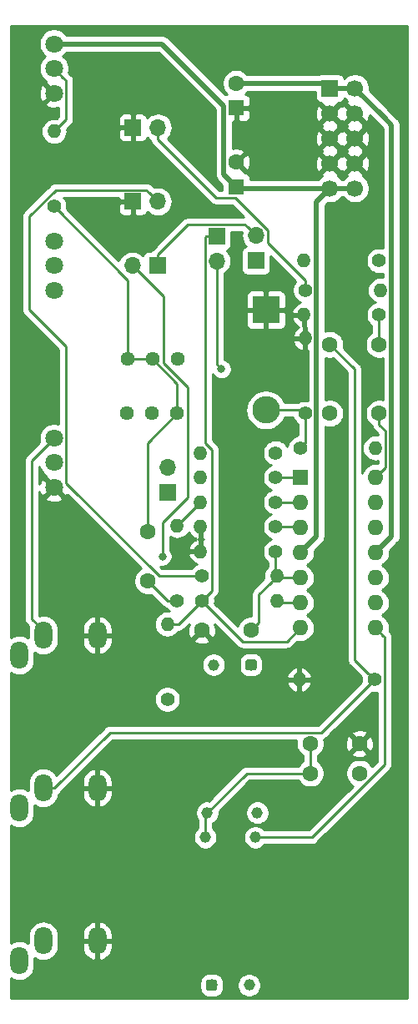
<source format=gbr>
G04 #@! TF.GenerationSoftware,KiCad,Pcbnew,5.1.4*
G04 #@! TF.CreationDate,2019-10-24T19:13:33+02:00*
G04 #@! TF.ProjectId,lpg,6c70672e-6b69-4636-9164-5f7063625858,rev?*
G04 #@! TF.SameCoordinates,Original*
G04 #@! TF.FileFunction,Copper,L2,Bot*
G04 #@! TF.FilePolarity,Positive*
%FSLAX46Y46*%
G04 Gerber Fmt 4.6, Leading zero omitted, Abs format (unit mm)*
G04 Created by KiCad (PCBNEW 5.1.4) date 2019-10-24 19:13:33*
%MOMM*%
%LPD*%
G04 APERTURE LIST*
%ADD10O,1.700000X1.700000*%
%ADD11R,1.700000X1.700000*%
%ADD12C,1.700000*%
%ADD13C,1.150000*%
%ADD14C,0.100000*%
%ADD15O,1.600000X1.600000*%
%ADD16R,1.600000X1.600000*%
%ADD17C,1.800000*%
%ADD18C,1.440000*%
%ADD19O,1.400000X1.400000*%
%ADD20C,1.400000*%
%ADD21O,1.800000X2.800000*%
%ADD22O,2.800000X2.800000*%
%ADD23R,2.800000X2.800000*%
%ADD24C,1.600000*%
%ADD25C,0.800000*%
%ADD26C,0.250000*%
%ADD27C,0.500000*%
%ADD28C,0.254000*%
G04 APERTURE END LIST*
D10*
X109460000Y-79000000D03*
D11*
X112000000Y-79000000D03*
D12*
X132040000Y-71160000D03*
X129500000Y-71160000D03*
X132040000Y-68620000D03*
X129500000Y-68620000D03*
X132040000Y-66080000D03*
X129500000Y-66080000D03*
X132040000Y-63540000D03*
X129500000Y-63540000D03*
X132040000Y-61000000D03*
D11*
X129500000Y-61000000D03*
D13*
X117700000Y-119500000D03*
X117060000Y-134500000D03*
X122140000Y-134500000D03*
D14*
G36*
X121815680Y-118926384D02*
G01*
X121843588Y-118930524D01*
X121870957Y-118937380D01*
X121897521Y-118946885D01*
X121923027Y-118958948D01*
X121947226Y-118973452D01*
X121969888Y-118990259D01*
X121990793Y-119009207D01*
X122009741Y-119030112D01*
X122026548Y-119052774D01*
X122041052Y-119076973D01*
X122053115Y-119102479D01*
X122062620Y-119129043D01*
X122069476Y-119156412D01*
X122073616Y-119184320D01*
X122075000Y-119212500D01*
X122075000Y-119787500D01*
X122073616Y-119815680D01*
X122069476Y-119843588D01*
X122062620Y-119870957D01*
X122053115Y-119897521D01*
X122041052Y-119923027D01*
X122026548Y-119947226D01*
X122009741Y-119969888D01*
X121990793Y-119990793D01*
X121969888Y-120009741D01*
X121947226Y-120026548D01*
X121923027Y-120041052D01*
X121897521Y-120053115D01*
X121870957Y-120062620D01*
X121843588Y-120069476D01*
X121815680Y-120073616D01*
X121787500Y-120075000D01*
X121212500Y-120075000D01*
X121184320Y-120073616D01*
X121156412Y-120069476D01*
X121129043Y-120062620D01*
X121102479Y-120053115D01*
X121076973Y-120041052D01*
X121052774Y-120026548D01*
X121030112Y-120009741D01*
X121009207Y-119990793D01*
X120990259Y-119969888D01*
X120973452Y-119947226D01*
X120958948Y-119923027D01*
X120946885Y-119897521D01*
X120937380Y-119870957D01*
X120930524Y-119843588D01*
X120926384Y-119815680D01*
X120925000Y-119787500D01*
X120925000Y-119212500D01*
X120926384Y-119184320D01*
X120930524Y-119156412D01*
X120937380Y-119129043D01*
X120946885Y-119102479D01*
X120958948Y-119076973D01*
X120973452Y-119052774D01*
X120990259Y-119030112D01*
X121009207Y-119009207D01*
X121030112Y-118990259D01*
X121052774Y-118973452D01*
X121076973Y-118958948D01*
X121102479Y-118946885D01*
X121129043Y-118937380D01*
X121156412Y-118930524D01*
X121184320Y-118926384D01*
X121212500Y-118925000D01*
X121787500Y-118925000D01*
X121815680Y-118926384D01*
X121815680Y-118926384D01*
G37*
D13*
X121500000Y-119500000D03*
X121300000Y-152000000D03*
X121940000Y-137000000D03*
X116860000Y-137000000D03*
D14*
G36*
X117815680Y-151426384D02*
G01*
X117843588Y-151430524D01*
X117870957Y-151437380D01*
X117897521Y-151446885D01*
X117923027Y-151458948D01*
X117947226Y-151473452D01*
X117969888Y-151490259D01*
X117990793Y-151509207D01*
X118009741Y-151530112D01*
X118026548Y-151552774D01*
X118041052Y-151576973D01*
X118053115Y-151602479D01*
X118062620Y-151629043D01*
X118069476Y-151656412D01*
X118073616Y-151684320D01*
X118075000Y-151712500D01*
X118075000Y-152287500D01*
X118073616Y-152315680D01*
X118069476Y-152343588D01*
X118062620Y-152370957D01*
X118053115Y-152397521D01*
X118041052Y-152423027D01*
X118026548Y-152447226D01*
X118009741Y-152469888D01*
X117990793Y-152490793D01*
X117969888Y-152509741D01*
X117947226Y-152526548D01*
X117923027Y-152541052D01*
X117897521Y-152553115D01*
X117870957Y-152562620D01*
X117843588Y-152569476D01*
X117815680Y-152573616D01*
X117787500Y-152575000D01*
X117212500Y-152575000D01*
X117184320Y-152573616D01*
X117156412Y-152569476D01*
X117129043Y-152562620D01*
X117102479Y-152553115D01*
X117076973Y-152541052D01*
X117052774Y-152526548D01*
X117030112Y-152509741D01*
X117009207Y-152490793D01*
X116990259Y-152469888D01*
X116973452Y-152447226D01*
X116958948Y-152423027D01*
X116946885Y-152397521D01*
X116937380Y-152370957D01*
X116930524Y-152343588D01*
X116926384Y-152315680D01*
X116925000Y-152287500D01*
X116925000Y-151712500D01*
X116926384Y-151684320D01*
X116930524Y-151656412D01*
X116937380Y-151629043D01*
X116946885Y-151602479D01*
X116958948Y-151576973D01*
X116973452Y-151552774D01*
X116990259Y-151530112D01*
X117009207Y-151509207D01*
X117030112Y-151490259D01*
X117052774Y-151473452D01*
X117076973Y-151458948D01*
X117102479Y-151446885D01*
X117129043Y-151437380D01*
X117156412Y-151430524D01*
X117184320Y-151426384D01*
X117212500Y-151425000D01*
X117787500Y-151425000D01*
X117815680Y-151426384D01*
X117815680Y-151426384D01*
G37*
D13*
X117500000Y-152000000D03*
D15*
X134120000Y-100500000D03*
X126500000Y-115740000D03*
X134120000Y-103040000D03*
X126500000Y-113200000D03*
X134120000Y-105580000D03*
X126500000Y-110660000D03*
X134120000Y-108120000D03*
X126500000Y-108120000D03*
X134120000Y-110660000D03*
X126500000Y-105580000D03*
X134120000Y-113200000D03*
X126500000Y-103040000D03*
X134120000Y-115740000D03*
D16*
X126500000Y-100500000D03*
D17*
X101500000Y-76500000D03*
X101500000Y-79000000D03*
X101500000Y-81500000D03*
D18*
X108920000Y-94000000D03*
X111460000Y-94000000D03*
X114000000Y-94000000D03*
X114080000Y-88500000D03*
X111540000Y-88500000D03*
X109000000Y-88500000D03*
D17*
X101500000Y-96500000D03*
X101500000Y-99000000D03*
X101500000Y-101500000D03*
X101500000Y-56500000D03*
X101500000Y-59000000D03*
X101500000Y-61500000D03*
D19*
X116380000Y-98000000D03*
D20*
X124000000Y-98000000D03*
D19*
X113000000Y-115380000D03*
D20*
X113000000Y-123000000D03*
D19*
X124120000Y-113000000D03*
D20*
X116500000Y-113000000D03*
D19*
X116380000Y-108000000D03*
D20*
X124000000Y-108000000D03*
D19*
X124120000Y-110500000D03*
D20*
X116500000Y-110500000D03*
D19*
X116380000Y-100500000D03*
D20*
X124000000Y-100500000D03*
D19*
X127000000Y-86380000D03*
D20*
X127000000Y-94000000D03*
D19*
X134120000Y-97500000D03*
D20*
X126500000Y-97500000D03*
D19*
X116380000Y-105500000D03*
D20*
X124000000Y-105500000D03*
D19*
X134620000Y-81500000D03*
D20*
X127000000Y-81500000D03*
D19*
X126880000Y-78500000D03*
D20*
X134500000Y-78500000D03*
D19*
X116380000Y-103000000D03*
D20*
X124000000Y-103000000D03*
D19*
X114000000Y-105380000D03*
D20*
X114000000Y-113000000D03*
D19*
X126880000Y-84000000D03*
D20*
X134500000Y-84000000D03*
D19*
X101500000Y-65380000D03*
D20*
X101500000Y-73000000D03*
D19*
X126380000Y-121000000D03*
D20*
X134000000Y-121000000D03*
D21*
X105900000Y-147500000D03*
X100400000Y-147500000D03*
X98000000Y-149500000D03*
D10*
X122000000Y-75960000D03*
D11*
X122000000Y-78500000D03*
D10*
X118000000Y-78540000D03*
D11*
X118000000Y-76000000D03*
D10*
X112040000Y-72500000D03*
D11*
X109500000Y-72500000D03*
D10*
X113000000Y-99460000D03*
D11*
X113000000Y-102000000D03*
D10*
X112040000Y-65000000D03*
D11*
X109500000Y-65000000D03*
D21*
X105900000Y-116500000D03*
X100400000Y-116500000D03*
X98000000Y-118500000D03*
X105900000Y-132000000D03*
X100400000Y-132000000D03*
X98000000Y-134000000D03*
D22*
X123000000Y-93660000D03*
D23*
X123000000Y-83500000D03*
D24*
X129500000Y-94000000D03*
X134500000Y-94000000D03*
X116500000Y-116000000D03*
X121500000Y-116000000D03*
X127500000Y-130500000D03*
X132500000Y-130500000D03*
X132500000Y-127500000D03*
X127500000Y-127500000D03*
X111000000Y-111000000D03*
X111000000Y-106000000D03*
X120000000Y-68500000D03*
D16*
X120000000Y-71000000D03*
D24*
X120000000Y-60500000D03*
D16*
X120000000Y-63000000D03*
D24*
X129500000Y-87000000D03*
X134500000Y-87000000D03*
D25*
X119500000Y-101000000D03*
X130000000Y-90500000D03*
X112500000Y-108500000D03*
X118500000Y-89500000D03*
D26*
X107175001Y-126374999D02*
X101550000Y-132000000D01*
X128625001Y-126374999D02*
X107175001Y-126374999D01*
X101550000Y-132000000D02*
X100400000Y-132000000D01*
X134000000Y-121000000D02*
X128625001Y-126374999D01*
X132000000Y-119000000D02*
X133300001Y-120300001D01*
X132000000Y-89500000D02*
X132000000Y-119000000D01*
X133300001Y-120300001D02*
X134000000Y-121000000D01*
X129500000Y-87000000D02*
X132000000Y-89500000D01*
X134500000Y-87000000D02*
X134500000Y-84000000D01*
D27*
X132040000Y-61000000D02*
X129500000Y-61000000D01*
X129000000Y-60500000D02*
X129500000Y-61000000D01*
X120000000Y-60500000D02*
X129000000Y-60500000D01*
X135770001Y-64730001D02*
X135020000Y-63980000D01*
X135770001Y-106469999D02*
X135770001Y-64730001D01*
X134120000Y-108120000D02*
X135770001Y-106469999D01*
X132040000Y-61000000D02*
X135020000Y-63980000D01*
X132040000Y-71160000D02*
X129500000Y-71160000D01*
X120160000Y-71160000D02*
X120000000Y-71000000D01*
X129500000Y-71160000D02*
X120160000Y-71160000D01*
X118749999Y-69749999D02*
X120000000Y-71000000D01*
X118749999Y-62785997D02*
X118749999Y-69749999D01*
X112464002Y-56500000D02*
X118749999Y-62785997D01*
X101500000Y-56500000D02*
X112464002Y-56500000D01*
X127299999Y-107320001D02*
X126500000Y-108120000D01*
X128120003Y-106500000D02*
X127299999Y-107320001D01*
X128150001Y-106000000D02*
X128120003Y-106500000D01*
X129500000Y-71160000D02*
X128150001Y-72509999D01*
X128150001Y-72509999D02*
X128150001Y-106000000D01*
D26*
X113000000Y-113000000D02*
X114000000Y-113000000D01*
X111000000Y-111000000D02*
X113000000Y-113000000D01*
X124040000Y-103040000D02*
X124000000Y-103000000D01*
X126500000Y-103040000D02*
X124040000Y-103040000D01*
X109000000Y-88500000D02*
X111540000Y-88500000D01*
X114000000Y-90960000D02*
X114000000Y-94000000D01*
X111540000Y-88500000D02*
X114000000Y-90960000D01*
X109000000Y-80500000D02*
X109000000Y-88500000D01*
X101500000Y-73000000D02*
X109000000Y-80500000D01*
X111000000Y-97000000D02*
X114000000Y-94000000D01*
X111000000Y-106000000D02*
X111000000Y-97000000D01*
X116860000Y-134700000D02*
X117060000Y-134500000D01*
X116860000Y-137000000D02*
X116860000Y-134700000D01*
X121060000Y-130500000D02*
X127500000Y-130500000D01*
X117060000Y-134500000D02*
X121060000Y-130500000D01*
X127500000Y-127500000D02*
X127500000Y-130500000D01*
X115045001Y-102539999D02*
X112500000Y-105085000D01*
X115045001Y-91368591D02*
X115045001Y-102539999D01*
X112585001Y-88908591D02*
X115045001Y-91368591D01*
X109460000Y-79000000D02*
X112585001Y-82125001D01*
X112585001Y-82125001D02*
X112585001Y-88908591D01*
X112500000Y-105085000D02*
X112500000Y-108500000D01*
X112500000Y-108500000D02*
X112500000Y-108500000D01*
X124280000Y-110660000D02*
X124120000Y-110500000D01*
X126500000Y-110660000D02*
X124280000Y-110660000D01*
X124000000Y-110380000D02*
X124120000Y-110500000D01*
X124000000Y-108000000D02*
X124000000Y-110380000D01*
X123420001Y-111199999D02*
X124120000Y-110500000D01*
X122299999Y-112320001D02*
X123420001Y-111199999D01*
X122299999Y-115200001D02*
X122299999Y-112320001D01*
X121500000Y-116000000D02*
X122299999Y-115200001D01*
X134500000Y-95131370D02*
X134500000Y-94000000D01*
X135145001Y-95776371D02*
X134500000Y-95131370D01*
X135145001Y-99474999D02*
X135145001Y-95776371D01*
X134120000Y-100500000D02*
X135145001Y-99474999D01*
X126660000Y-93660000D02*
X127000000Y-94000000D01*
X123000000Y-93660000D02*
X126660000Y-93660000D01*
X127000000Y-97000000D02*
X126500000Y-97500000D01*
X127000000Y-94000000D02*
X127000000Y-97000000D01*
X102399999Y-59899999D02*
X101500000Y-59000000D01*
X102725001Y-64154999D02*
X102725001Y-60225001D01*
X102725001Y-60225001D02*
X102399999Y-59899999D01*
X101500000Y-65380000D02*
X102725001Y-64154999D01*
X116380000Y-103000000D02*
X114000000Y-105380000D01*
X134919999Y-116539999D02*
X134120000Y-115740000D01*
X135025001Y-116645001D02*
X134919999Y-116539999D01*
X127665002Y-137000000D02*
X135025001Y-129640001D01*
X135025001Y-129640001D02*
X135025001Y-116645001D01*
X121940000Y-137000000D02*
X127665002Y-137000000D01*
X126420000Y-105500000D02*
X126500000Y-105580000D01*
X124000000Y-105500000D02*
X126420000Y-105500000D01*
X124320000Y-113200000D02*
X124120000Y-113000000D01*
X126500000Y-113200000D02*
X124320000Y-113200000D01*
X121150001Y-75110001D02*
X122000000Y-75960000D01*
X120864999Y-74824999D02*
X121150001Y-75110001D01*
X115075001Y-74824999D02*
X120864999Y-74824999D01*
X112000000Y-77900000D02*
X115075001Y-74824999D01*
X112000000Y-79000000D02*
X112000000Y-77900000D01*
X118000000Y-89000000D02*
X118500000Y-89500000D01*
X118000000Y-78540000D02*
X118000000Y-89000000D01*
X114120000Y-115380000D02*
X116500000Y-113000000D01*
X113000000Y-115380000D02*
X114120000Y-115380000D01*
X117199999Y-113699999D02*
X116500000Y-113000000D01*
X120625001Y-117125001D02*
X117199999Y-113699999D01*
X125114999Y-117125001D02*
X120625001Y-117125001D01*
X126500000Y-115740000D02*
X125114999Y-117125001D01*
X117525001Y-111974999D02*
X117199999Y-112300001D01*
X117199999Y-112300001D02*
X116500000Y-113000000D01*
X117525001Y-97675001D02*
X117525001Y-111974999D01*
X116824999Y-96974999D02*
X117525001Y-97675001D01*
X116824999Y-76075001D02*
X116824999Y-96974999D01*
X116900000Y-76000000D02*
X116824999Y-76075001D01*
X118000000Y-76000000D02*
X116900000Y-76000000D01*
X125450000Y-100500000D02*
X124000000Y-100500000D01*
X126500000Y-100500000D02*
X125450000Y-100500000D01*
X112040000Y-66202081D02*
X112040000Y-65000000D01*
X117962920Y-72125001D02*
X112040000Y-66202081D01*
X119904003Y-72125001D02*
X117962920Y-72125001D01*
X123175001Y-75395999D02*
X119904003Y-72125001D01*
X123175001Y-76685052D02*
X123175001Y-75395999D01*
X127000000Y-80510051D02*
X123175001Y-76685052D01*
X127000000Y-81500000D02*
X127000000Y-80510051D01*
X102725001Y-101059999D02*
X102725001Y-87225001D01*
X116500000Y-110500000D02*
X112165002Y-110500000D01*
X112165002Y-110500000D02*
X102725001Y-101059999D01*
X102725001Y-87225001D02*
X99000000Y-83500000D01*
X111190001Y-71650001D02*
X112040000Y-72500000D01*
X110864999Y-71324999D02*
X111190001Y-71650001D01*
X99000000Y-73982998D02*
X101657999Y-71324999D01*
X101657999Y-71324999D02*
X110864999Y-71324999D01*
X99000000Y-83500000D02*
X99000000Y-73982998D01*
X100400000Y-116000000D02*
X100400000Y-116500000D01*
X99250000Y-114850000D02*
X100400000Y-116000000D01*
X99250000Y-98750000D02*
X99250000Y-114850000D01*
X101500000Y-96500000D02*
X99250000Y-98750000D01*
D28*
G36*
X137340000Y-153340000D02*
G01*
X97160000Y-153340000D01*
X97160000Y-151712500D01*
X116286928Y-151712500D01*
X116286928Y-152287500D01*
X116304713Y-152468070D01*
X116357383Y-152641701D01*
X116442915Y-152801720D01*
X116558022Y-152941978D01*
X116698280Y-153057085D01*
X116858299Y-153142617D01*
X117031930Y-153195287D01*
X117212500Y-153213072D01*
X117787500Y-153213072D01*
X117968070Y-153195287D01*
X118141701Y-153142617D01*
X118301720Y-153057085D01*
X118441978Y-152941978D01*
X118557085Y-152801720D01*
X118642617Y-152641701D01*
X118695287Y-152468070D01*
X118713072Y-152287500D01*
X118713072Y-151880825D01*
X120090000Y-151880825D01*
X120090000Y-152119175D01*
X120136499Y-152352944D01*
X120227712Y-152573150D01*
X120360131Y-152771330D01*
X120528670Y-152939869D01*
X120726850Y-153072288D01*
X120947056Y-153163501D01*
X121180825Y-153210000D01*
X121419175Y-153210000D01*
X121652944Y-153163501D01*
X121873150Y-153072288D01*
X122071330Y-152939869D01*
X122239869Y-152771330D01*
X122372288Y-152573150D01*
X122463501Y-152352944D01*
X122510000Y-152119175D01*
X122510000Y-151880825D01*
X122463501Y-151647056D01*
X122372288Y-151426850D01*
X122239869Y-151228670D01*
X122071330Y-151060131D01*
X121873150Y-150927712D01*
X121652944Y-150836499D01*
X121419175Y-150790000D01*
X121180825Y-150790000D01*
X120947056Y-150836499D01*
X120726850Y-150927712D01*
X120528670Y-151060131D01*
X120360131Y-151228670D01*
X120227712Y-151426850D01*
X120136499Y-151647056D01*
X120090000Y-151880825D01*
X118713072Y-151880825D01*
X118713072Y-151712500D01*
X118695287Y-151531930D01*
X118642617Y-151358299D01*
X118557085Y-151198280D01*
X118441978Y-151058022D01*
X118301720Y-150942915D01*
X118141701Y-150857383D01*
X117968070Y-150804713D01*
X117787500Y-150786928D01*
X117212500Y-150786928D01*
X117031930Y-150804713D01*
X116858299Y-150857383D01*
X116698280Y-150942915D01*
X116558022Y-151058022D01*
X116442915Y-151198280D01*
X116357383Y-151358299D01*
X116304713Y-151531930D01*
X116286928Y-151712500D01*
X97160000Y-151712500D01*
X97160000Y-151291528D01*
X97409740Y-151425017D01*
X97699088Y-151512790D01*
X98000000Y-151542427D01*
X98300913Y-151512790D01*
X98590261Y-151425017D01*
X98856927Y-151282481D01*
X99090661Y-151090661D01*
X99282481Y-150856927D01*
X99425017Y-150590261D01*
X99512790Y-150300913D01*
X99535000Y-150075408D01*
X99535000Y-149275855D01*
X99543074Y-149282481D01*
X99809740Y-149425017D01*
X100099088Y-149512790D01*
X100400000Y-149542427D01*
X100700913Y-149512790D01*
X100990261Y-149425017D01*
X101256927Y-149282481D01*
X101490661Y-149090661D01*
X101682481Y-148856927D01*
X101825017Y-148590261D01*
X101912790Y-148300913D01*
X101935000Y-148075408D01*
X101935000Y-147627000D01*
X104365000Y-147627000D01*
X104365000Y-148127000D01*
X104419271Y-148424023D01*
X104530446Y-148704751D01*
X104694252Y-148958396D01*
X104904394Y-149175210D01*
X105152796Y-149346862D01*
X105429913Y-149466755D01*
X105535260Y-149491036D01*
X105773000Y-149370378D01*
X105773000Y-147627000D01*
X106027000Y-147627000D01*
X106027000Y-149370378D01*
X106264740Y-149491036D01*
X106370087Y-149466755D01*
X106647204Y-149346862D01*
X106895606Y-149175210D01*
X107105748Y-148958396D01*
X107269554Y-148704751D01*
X107380729Y-148424023D01*
X107435000Y-148127000D01*
X107435000Y-147627000D01*
X106027000Y-147627000D01*
X105773000Y-147627000D01*
X104365000Y-147627000D01*
X101935000Y-147627000D01*
X101935000Y-146924592D01*
X101929919Y-146873000D01*
X104365000Y-146873000D01*
X104365000Y-147373000D01*
X105773000Y-147373000D01*
X105773000Y-145629622D01*
X106027000Y-145629622D01*
X106027000Y-147373000D01*
X107435000Y-147373000D01*
X107435000Y-146873000D01*
X107380729Y-146575977D01*
X107269554Y-146295249D01*
X107105748Y-146041604D01*
X106895606Y-145824790D01*
X106647204Y-145653138D01*
X106370087Y-145533245D01*
X106264740Y-145508964D01*
X106027000Y-145629622D01*
X105773000Y-145629622D01*
X105535260Y-145508964D01*
X105429913Y-145533245D01*
X105152796Y-145653138D01*
X104904394Y-145824790D01*
X104694252Y-146041604D01*
X104530446Y-146295249D01*
X104419271Y-146575977D01*
X104365000Y-146873000D01*
X101929919Y-146873000D01*
X101912790Y-146699087D01*
X101825017Y-146409739D01*
X101682481Y-146143073D01*
X101490661Y-145909339D01*
X101256926Y-145717519D01*
X100990260Y-145574983D01*
X100700912Y-145487210D01*
X100400000Y-145457573D01*
X100099087Y-145487210D01*
X99809739Y-145574983D01*
X99543073Y-145717519D01*
X99309339Y-145909339D01*
X99117519Y-146143074D01*
X98974983Y-146409740D01*
X98887210Y-146699088D01*
X98865000Y-146924593D01*
X98865000Y-147724145D01*
X98856926Y-147717519D01*
X98590260Y-147574983D01*
X98300912Y-147487210D01*
X98000000Y-147457573D01*
X97699087Y-147487210D01*
X97409739Y-147574983D01*
X97160000Y-147708471D01*
X97160000Y-135791528D01*
X97409740Y-135925017D01*
X97699088Y-136012790D01*
X98000000Y-136042427D01*
X98300913Y-136012790D01*
X98590261Y-135925017D01*
X98856927Y-135782481D01*
X99090661Y-135590661D01*
X99282481Y-135356927D01*
X99425017Y-135090261D01*
X99512790Y-134800913D01*
X99535000Y-134575408D01*
X99535000Y-133775855D01*
X99543074Y-133782481D01*
X99809740Y-133925017D01*
X100099088Y-134012790D01*
X100400000Y-134042427D01*
X100700913Y-134012790D01*
X100990261Y-133925017D01*
X101256927Y-133782481D01*
X101490661Y-133590661D01*
X101682481Y-133356927D01*
X101825017Y-133090261D01*
X101912790Y-132800913D01*
X101926625Y-132660444D01*
X101974276Y-132634974D01*
X102090001Y-132540001D01*
X102113804Y-132510997D01*
X102497801Y-132127000D01*
X104365000Y-132127000D01*
X104365000Y-132627000D01*
X104419271Y-132924023D01*
X104530446Y-133204751D01*
X104694252Y-133458396D01*
X104904394Y-133675210D01*
X105152796Y-133846862D01*
X105429913Y-133966755D01*
X105535260Y-133991036D01*
X105773000Y-133870378D01*
X105773000Y-132127000D01*
X106027000Y-132127000D01*
X106027000Y-133870378D01*
X106264740Y-133991036D01*
X106370087Y-133966755D01*
X106647204Y-133846862D01*
X106895606Y-133675210D01*
X107105748Y-133458396D01*
X107269554Y-133204751D01*
X107380729Y-132924023D01*
X107435000Y-132627000D01*
X107435000Y-132127000D01*
X106027000Y-132127000D01*
X105773000Y-132127000D01*
X104365000Y-132127000D01*
X102497801Y-132127000D01*
X103251801Y-131373000D01*
X104365000Y-131373000D01*
X104365000Y-131873000D01*
X105773000Y-131873000D01*
X105773000Y-130129622D01*
X106027000Y-130129622D01*
X106027000Y-131873000D01*
X107435000Y-131873000D01*
X107435000Y-131373000D01*
X107380729Y-131075977D01*
X107269554Y-130795249D01*
X107105748Y-130541604D01*
X106895606Y-130324790D01*
X106647204Y-130153138D01*
X106370087Y-130033245D01*
X106264740Y-130008964D01*
X106027000Y-130129622D01*
X105773000Y-130129622D01*
X105535260Y-130008964D01*
X105429913Y-130033245D01*
X105152796Y-130153138D01*
X104904394Y-130324790D01*
X104694252Y-130541604D01*
X104530446Y-130795249D01*
X104419271Y-131075977D01*
X104365000Y-131373000D01*
X103251801Y-131373000D01*
X107489803Y-127134999D01*
X126109491Y-127134999D01*
X126065000Y-127358665D01*
X126065000Y-127641335D01*
X126120147Y-127918574D01*
X126228320Y-128179727D01*
X126385363Y-128414759D01*
X126585241Y-128614637D01*
X126740000Y-128718044D01*
X126740001Y-129281956D01*
X126585241Y-129385363D01*
X126385363Y-129585241D01*
X126281957Y-129740000D01*
X121097322Y-129740000D01*
X121059999Y-129736324D01*
X121022676Y-129740000D01*
X121022667Y-129740000D01*
X120911014Y-129750997D01*
X120767753Y-129794454D01*
X120635724Y-129865026D01*
X120519999Y-129959999D01*
X120496201Y-129988997D01*
X117192540Y-133292658D01*
X117179175Y-133290000D01*
X116940825Y-133290000D01*
X116707056Y-133336499D01*
X116486850Y-133427712D01*
X116288670Y-133560131D01*
X116120131Y-133728670D01*
X115987712Y-133926850D01*
X115896499Y-134147056D01*
X115850000Y-134380825D01*
X115850000Y-134619175D01*
X115896499Y-134852944D01*
X115987712Y-135073150D01*
X116100001Y-135241203D01*
X116100000Y-136052560D01*
X116088670Y-136060131D01*
X115920131Y-136228670D01*
X115787712Y-136426850D01*
X115696499Y-136647056D01*
X115650000Y-136880825D01*
X115650000Y-137119175D01*
X115696499Y-137352944D01*
X115787712Y-137573150D01*
X115920131Y-137771330D01*
X116088670Y-137939869D01*
X116286850Y-138072288D01*
X116507056Y-138163501D01*
X116740825Y-138210000D01*
X116979175Y-138210000D01*
X117212944Y-138163501D01*
X117433150Y-138072288D01*
X117631330Y-137939869D01*
X117799869Y-137771330D01*
X117932288Y-137573150D01*
X118023501Y-137352944D01*
X118070000Y-137119175D01*
X118070000Y-136880825D01*
X118023501Y-136647056D01*
X117932288Y-136426850D01*
X117799869Y-136228670D01*
X117631330Y-136060131D01*
X117620000Y-136052561D01*
X117620000Y-135577735D01*
X117633150Y-135572288D01*
X117831330Y-135439869D01*
X117999869Y-135271330D01*
X118132288Y-135073150D01*
X118223501Y-134852944D01*
X118270000Y-134619175D01*
X118270000Y-134380825D01*
X120930000Y-134380825D01*
X120930000Y-134619175D01*
X120976499Y-134852944D01*
X121067712Y-135073150D01*
X121200131Y-135271330D01*
X121368670Y-135439869D01*
X121566850Y-135572288D01*
X121787056Y-135663501D01*
X122020825Y-135710000D01*
X122259175Y-135710000D01*
X122492944Y-135663501D01*
X122713150Y-135572288D01*
X122911330Y-135439869D01*
X123079869Y-135271330D01*
X123212288Y-135073150D01*
X123303501Y-134852944D01*
X123350000Y-134619175D01*
X123350000Y-134380825D01*
X123303501Y-134147056D01*
X123212288Y-133926850D01*
X123079869Y-133728670D01*
X122911330Y-133560131D01*
X122713150Y-133427712D01*
X122492944Y-133336499D01*
X122259175Y-133290000D01*
X122020825Y-133290000D01*
X121787056Y-133336499D01*
X121566850Y-133427712D01*
X121368670Y-133560131D01*
X121200131Y-133728670D01*
X121067712Y-133926850D01*
X120976499Y-134147056D01*
X120930000Y-134380825D01*
X118270000Y-134380825D01*
X118267342Y-134367460D01*
X121374802Y-131260000D01*
X126281957Y-131260000D01*
X126385363Y-131414759D01*
X126585241Y-131614637D01*
X126820273Y-131771680D01*
X127081426Y-131879853D01*
X127358665Y-131935000D01*
X127641335Y-131935000D01*
X127918574Y-131879853D01*
X128179727Y-131771680D01*
X128414759Y-131614637D01*
X128614637Y-131414759D01*
X128771680Y-131179727D01*
X128879853Y-130918574D01*
X128935000Y-130641335D01*
X128935000Y-130358665D01*
X128879853Y-130081426D01*
X128771680Y-129820273D01*
X128614637Y-129585241D01*
X128414759Y-129385363D01*
X128260000Y-129281957D01*
X128260000Y-128718043D01*
X128414759Y-128614637D01*
X128536694Y-128492702D01*
X131686903Y-128492702D01*
X131758486Y-128736671D01*
X132013996Y-128857571D01*
X132288184Y-128926300D01*
X132570512Y-128940217D01*
X132850130Y-128898787D01*
X133116292Y-128803603D01*
X133241514Y-128736671D01*
X133313097Y-128492702D01*
X132500000Y-127679605D01*
X131686903Y-128492702D01*
X128536694Y-128492702D01*
X128614637Y-128414759D01*
X128771680Y-128179727D01*
X128879853Y-127918574D01*
X128935000Y-127641335D01*
X128935000Y-127570512D01*
X131059783Y-127570512D01*
X131101213Y-127850130D01*
X131196397Y-128116292D01*
X131263329Y-128241514D01*
X131507298Y-128313097D01*
X132320395Y-127500000D01*
X132679605Y-127500000D01*
X133492702Y-128313097D01*
X133736671Y-128241514D01*
X133857571Y-127986004D01*
X133926300Y-127711816D01*
X133940217Y-127429488D01*
X133898787Y-127149870D01*
X133803603Y-126883708D01*
X133736671Y-126758486D01*
X133492702Y-126686903D01*
X132679605Y-127500000D01*
X132320395Y-127500000D01*
X131507298Y-126686903D01*
X131263329Y-126758486D01*
X131142429Y-127013996D01*
X131073700Y-127288184D01*
X131059783Y-127570512D01*
X128935000Y-127570512D01*
X128935000Y-127358665D01*
X128881816Y-127091293D01*
X128917248Y-127080545D01*
X129049277Y-127009973D01*
X129165002Y-126915000D01*
X129188805Y-126885996D01*
X129567503Y-126507298D01*
X131686903Y-126507298D01*
X132500000Y-127320395D01*
X133313097Y-126507298D01*
X133241514Y-126263329D01*
X132986004Y-126142429D01*
X132711816Y-126073700D01*
X132429488Y-126059783D01*
X132149870Y-126101213D01*
X131883708Y-126196397D01*
X131758486Y-126263329D01*
X131686903Y-126507298D01*
X129567503Y-126507298D01*
X133761158Y-122313645D01*
X133868514Y-122335000D01*
X134131486Y-122335000D01*
X134265002Y-122308442D01*
X134265001Y-129325198D01*
X133770978Y-129819222D01*
X133614637Y-129585241D01*
X133414759Y-129385363D01*
X133179727Y-129228320D01*
X132918574Y-129120147D01*
X132641335Y-129065000D01*
X132358665Y-129065000D01*
X132081426Y-129120147D01*
X131820273Y-129228320D01*
X131585241Y-129385363D01*
X131385363Y-129585241D01*
X131228320Y-129820273D01*
X131120147Y-130081426D01*
X131065000Y-130358665D01*
X131065000Y-130641335D01*
X131120147Y-130918574D01*
X131228320Y-131179727D01*
X131385363Y-131414759D01*
X131585241Y-131614637D01*
X131819222Y-131770978D01*
X127350201Y-136240000D01*
X122887439Y-136240000D01*
X122879869Y-136228670D01*
X122711330Y-136060131D01*
X122513150Y-135927712D01*
X122292944Y-135836499D01*
X122059175Y-135790000D01*
X121820825Y-135790000D01*
X121587056Y-135836499D01*
X121366850Y-135927712D01*
X121168670Y-136060131D01*
X121000131Y-136228670D01*
X120867712Y-136426850D01*
X120776499Y-136647056D01*
X120730000Y-136880825D01*
X120730000Y-137119175D01*
X120776499Y-137352944D01*
X120867712Y-137573150D01*
X121000131Y-137771330D01*
X121168670Y-137939869D01*
X121366850Y-138072288D01*
X121587056Y-138163501D01*
X121820825Y-138210000D01*
X122059175Y-138210000D01*
X122292944Y-138163501D01*
X122513150Y-138072288D01*
X122711330Y-137939869D01*
X122879869Y-137771330D01*
X122887439Y-137760000D01*
X127627680Y-137760000D01*
X127665002Y-137763676D01*
X127702324Y-137760000D01*
X127702335Y-137760000D01*
X127813988Y-137749003D01*
X127957249Y-137705546D01*
X128089278Y-137634974D01*
X128205003Y-137540001D01*
X128228806Y-137510997D01*
X135536010Y-130203795D01*
X135565002Y-130180002D01*
X135588796Y-130151009D01*
X135588800Y-130151005D01*
X135659974Y-130064278D01*
X135659975Y-130064277D01*
X135730547Y-129932248D01*
X135774004Y-129788987D01*
X135785001Y-129677334D01*
X135785001Y-129677325D01*
X135788677Y-129640002D01*
X135785001Y-129602679D01*
X135785001Y-116682323D01*
X135788677Y-116645000D01*
X135785001Y-116607678D01*
X135785001Y-116607668D01*
X135774004Y-116496015D01*
X135730547Y-116352754D01*
X135659975Y-116220725D01*
X135565002Y-116105000D01*
X135535998Y-116081197D01*
X135520708Y-116065907D01*
X135534236Y-116021309D01*
X135561943Y-115740000D01*
X135534236Y-115458691D01*
X135452182Y-115188192D01*
X135318932Y-114938899D01*
X135139608Y-114720392D01*
X134921101Y-114541068D01*
X134788142Y-114470000D01*
X134921101Y-114398932D01*
X135139608Y-114219608D01*
X135318932Y-114001101D01*
X135452182Y-113751808D01*
X135534236Y-113481309D01*
X135561943Y-113200000D01*
X135534236Y-112918691D01*
X135452182Y-112648192D01*
X135318932Y-112398899D01*
X135139608Y-112180392D01*
X134921101Y-112001068D01*
X134788142Y-111930000D01*
X134921101Y-111858932D01*
X135139608Y-111679608D01*
X135318932Y-111461101D01*
X135452182Y-111211808D01*
X135534236Y-110941309D01*
X135561943Y-110660000D01*
X135534236Y-110378691D01*
X135452182Y-110108192D01*
X135318932Y-109858899D01*
X135139608Y-109640392D01*
X134921101Y-109461068D01*
X134788142Y-109390000D01*
X134921101Y-109318932D01*
X135139608Y-109139608D01*
X135318932Y-108921101D01*
X135452182Y-108671808D01*
X135534236Y-108401309D01*
X135561943Y-108120000D01*
X135544875Y-107946704D01*
X136365051Y-107126528D01*
X136398818Y-107098816D01*
X136509412Y-106964058D01*
X136591590Y-106810312D01*
X136642196Y-106643489D01*
X136655001Y-106513476D01*
X136655001Y-106513468D01*
X136659282Y-106469999D01*
X136655001Y-106426530D01*
X136655001Y-64773470D01*
X136659282Y-64730001D01*
X136655001Y-64686532D01*
X136655001Y-64686524D01*
X136642196Y-64556511D01*
X136612919Y-64459999D01*
X136591590Y-64389687D01*
X136509412Y-64235942D01*
X136426533Y-64134954D01*
X136426531Y-64134952D01*
X136398818Y-64101184D01*
X136365050Y-64073471D01*
X135676536Y-63384958D01*
X135676532Y-63384953D01*
X133510539Y-61218961D01*
X133525000Y-61146260D01*
X133525000Y-60853740D01*
X133467932Y-60566842D01*
X133355990Y-60296589D01*
X133193475Y-60053368D01*
X132986632Y-59846525D01*
X132743411Y-59684010D01*
X132473158Y-59572068D01*
X132186260Y-59515000D01*
X131893740Y-59515000D01*
X131606842Y-59572068D01*
X131336589Y-59684010D01*
X131093368Y-59846525D01*
X130961513Y-59978380D01*
X130939502Y-59905820D01*
X130880537Y-59795506D01*
X130801185Y-59698815D01*
X130704494Y-59619463D01*
X130594180Y-59560498D01*
X130474482Y-59524188D01*
X130350000Y-59511928D01*
X128650000Y-59511928D01*
X128525518Y-59524188D01*
X128405820Y-59560498D01*
X128303856Y-59615000D01*
X121134521Y-59615000D01*
X121114637Y-59585241D01*
X120914759Y-59385363D01*
X120679727Y-59228320D01*
X120418574Y-59120147D01*
X120141335Y-59065000D01*
X119858665Y-59065000D01*
X119581426Y-59120147D01*
X119320273Y-59228320D01*
X119085241Y-59385363D01*
X118885363Y-59585241D01*
X118728320Y-59820273D01*
X118620147Y-60081426D01*
X118565000Y-60358665D01*
X118565000Y-60641335D01*
X118620147Y-60918574D01*
X118728320Y-61179727D01*
X118885363Y-61414759D01*
X119051943Y-61581339D01*
X118955820Y-61610498D01*
X118871272Y-61655691D01*
X113120536Y-55904956D01*
X113092819Y-55871183D01*
X112958061Y-55760589D01*
X112804315Y-55678411D01*
X112637492Y-55627805D01*
X112507479Y-55615000D01*
X112507471Y-55615000D01*
X112464002Y-55610719D01*
X112420533Y-55615000D01*
X102754790Y-55615000D01*
X102692312Y-55521495D01*
X102478505Y-55307688D01*
X102227095Y-55139701D01*
X101947743Y-55023989D01*
X101651184Y-54965000D01*
X101348816Y-54965000D01*
X101052257Y-55023989D01*
X100772905Y-55139701D01*
X100521495Y-55307688D01*
X100307688Y-55521495D01*
X100139701Y-55772905D01*
X100023989Y-56052257D01*
X99965000Y-56348816D01*
X99965000Y-56651184D01*
X100023989Y-56947743D01*
X100139701Y-57227095D01*
X100307688Y-57478505D01*
X100521495Y-57692312D01*
X100607831Y-57750000D01*
X100521495Y-57807688D01*
X100307688Y-58021495D01*
X100139701Y-58272905D01*
X100023989Y-58552257D01*
X99965000Y-58848816D01*
X99965000Y-59151184D01*
X100023989Y-59447743D01*
X100139701Y-59727095D01*
X100307688Y-59978505D01*
X100521495Y-60192312D01*
X100664310Y-60287738D01*
X100615525Y-60435920D01*
X101500000Y-61320395D01*
X101514143Y-61306253D01*
X101693748Y-61485858D01*
X101679605Y-61500000D01*
X101693748Y-61514143D01*
X101514143Y-61693748D01*
X101500000Y-61679605D01*
X100615525Y-62564080D01*
X100699208Y-62818261D01*
X100971775Y-62949158D01*
X101264642Y-63024365D01*
X101566553Y-63040991D01*
X101865907Y-62998397D01*
X101965001Y-62963602D01*
X101965001Y-63840197D01*
X101742749Y-64062450D01*
X101565579Y-64045000D01*
X101434421Y-64045000D01*
X101238294Y-64064317D01*
X100986646Y-64140653D01*
X100754725Y-64264618D01*
X100551445Y-64431445D01*
X100384618Y-64634725D01*
X100260653Y-64866646D01*
X100184317Y-65118294D01*
X100158541Y-65380000D01*
X100184317Y-65641706D01*
X100260653Y-65893354D01*
X100384618Y-66125275D01*
X100551445Y-66328555D01*
X100754725Y-66495382D01*
X100986646Y-66619347D01*
X101238294Y-66695683D01*
X101434421Y-66715000D01*
X101565579Y-66715000D01*
X101761706Y-66695683D01*
X102013354Y-66619347D01*
X102245275Y-66495382D01*
X102448555Y-66328555D01*
X102615382Y-66125275D01*
X102739347Y-65893354D01*
X102752498Y-65850000D01*
X108011928Y-65850000D01*
X108024188Y-65974482D01*
X108060498Y-66094180D01*
X108119463Y-66204494D01*
X108198815Y-66301185D01*
X108295506Y-66380537D01*
X108405820Y-66439502D01*
X108525518Y-66475812D01*
X108650000Y-66488072D01*
X109214250Y-66485000D01*
X109373000Y-66326250D01*
X109373000Y-65127000D01*
X108173750Y-65127000D01*
X108015000Y-65285750D01*
X108011928Y-65850000D01*
X102752498Y-65850000D01*
X102815683Y-65641706D01*
X102841459Y-65380000D01*
X102817550Y-65137251D01*
X103236005Y-64718797D01*
X103265002Y-64695000D01*
X103291333Y-64662916D01*
X103359975Y-64579276D01*
X103430547Y-64447246D01*
X103437049Y-64425812D01*
X103474004Y-64303985D01*
X103485001Y-64192332D01*
X103485001Y-64192323D01*
X103488677Y-64155000D01*
X103488185Y-64150000D01*
X108011928Y-64150000D01*
X108015000Y-64714250D01*
X108173750Y-64873000D01*
X109373000Y-64873000D01*
X109373000Y-63673750D01*
X109214250Y-63515000D01*
X108650000Y-63511928D01*
X108525518Y-63524188D01*
X108405820Y-63560498D01*
X108295506Y-63619463D01*
X108198815Y-63698815D01*
X108119463Y-63795506D01*
X108060498Y-63905820D01*
X108024188Y-64025518D01*
X108011928Y-64150000D01*
X103488185Y-64150000D01*
X103485001Y-64117677D01*
X103485001Y-60262323D01*
X103488677Y-60225000D01*
X103485001Y-60187677D01*
X103485001Y-60187668D01*
X103474004Y-60076015D01*
X103430547Y-59932754D01*
X103359975Y-59800725D01*
X103265002Y-59685000D01*
X103235998Y-59661197D01*
X102983731Y-59408930D01*
X103035000Y-59151184D01*
X103035000Y-58848816D01*
X102976011Y-58552257D01*
X102860299Y-58272905D01*
X102692312Y-58021495D01*
X102478505Y-57807688D01*
X102392169Y-57750000D01*
X102478505Y-57692312D01*
X102692312Y-57478505D01*
X102754790Y-57385000D01*
X112097424Y-57385000D01*
X117864999Y-63152576D01*
X117865000Y-69706520D01*
X117860718Y-69749999D01*
X117877804Y-69923489D01*
X117928411Y-70090312D01*
X118010589Y-70244058D01*
X118093467Y-70345045D01*
X118093470Y-70345048D01*
X118121183Y-70378816D01*
X118154950Y-70406528D01*
X118561928Y-70813506D01*
X118561928Y-71365001D01*
X118277722Y-71365001D01*
X113025226Y-66112506D01*
X113095134Y-66055134D01*
X113280706Y-65829014D01*
X113418599Y-65571034D01*
X113503513Y-65291111D01*
X113532185Y-65000000D01*
X113503513Y-64708889D01*
X113418599Y-64428966D01*
X113280706Y-64170986D01*
X113095134Y-63944866D01*
X112869014Y-63759294D01*
X112611034Y-63621401D01*
X112331111Y-63536487D01*
X112112950Y-63515000D01*
X111967050Y-63515000D01*
X111748889Y-63536487D01*
X111468966Y-63621401D01*
X111210986Y-63759294D01*
X110984866Y-63944866D01*
X110960393Y-63974687D01*
X110939502Y-63905820D01*
X110880537Y-63795506D01*
X110801185Y-63698815D01*
X110704494Y-63619463D01*
X110594180Y-63560498D01*
X110474482Y-63524188D01*
X110350000Y-63511928D01*
X109785750Y-63515000D01*
X109627000Y-63673750D01*
X109627000Y-64873000D01*
X109647000Y-64873000D01*
X109647000Y-65127000D01*
X109627000Y-65127000D01*
X109627000Y-66326250D01*
X109785750Y-66485000D01*
X110350000Y-66488072D01*
X110474482Y-66475812D01*
X110594180Y-66439502D01*
X110704494Y-66380537D01*
X110801185Y-66301185D01*
X110880537Y-66204494D01*
X110939502Y-66094180D01*
X110960393Y-66025313D01*
X110984866Y-66055134D01*
X111210986Y-66240706D01*
X111283970Y-66279716D01*
X111290997Y-66351066D01*
X111325107Y-66463513D01*
X111334454Y-66494327D01*
X111405026Y-66626357D01*
X111444871Y-66674907D01*
X111499999Y-66742082D01*
X111529003Y-66765885D01*
X117399120Y-72636003D01*
X117422919Y-72665002D01*
X117538644Y-72759975D01*
X117670673Y-72830547D01*
X117813934Y-72874004D01*
X117925587Y-72885001D01*
X117925595Y-72885001D01*
X117962920Y-72888677D01*
X118000245Y-72885001D01*
X119589202Y-72885001D01*
X120769200Y-74064999D01*
X115112323Y-74064999D01*
X115075000Y-74061323D01*
X115037677Y-74064999D01*
X115037668Y-74064999D01*
X114926015Y-74075996D01*
X114782754Y-74119453D01*
X114650724Y-74190025D01*
X114567084Y-74258667D01*
X114535000Y-74284998D01*
X114511202Y-74313996D01*
X111488998Y-77336201D01*
X111460000Y-77359999D01*
X111436202Y-77388997D01*
X111436201Y-77388998D01*
X111365026Y-77475724D01*
X111345674Y-77511928D01*
X111150000Y-77511928D01*
X111025518Y-77524188D01*
X110905820Y-77560498D01*
X110795506Y-77619463D01*
X110698815Y-77698815D01*
X110619463Y-77795506D01*
X110560498Y-77905820D01*
X110539607Y-77974687D01*
X110515134Y-77944866D01*
X110289014Y-77759294D01*
X110031034Y-77621401D01*
X109751111Y-77536487D01*
X109532950Y-77515000D01*
X109387050Y-77515000D01*
X109168889Y-77536487D01*
X108888966Y-77621401D01*
X108630986Y-77759294D01*
X108404866Y-77944866D01*
X108219294Y-78170986D01*
X108081401Y-78428966D01*
X108063332Y-78488530D01*
X102924802Y-73350000D01*
X108011928Y-73350000D01*
X108024188Y-73474482D01*
X108060498Y-73594180D01*
X108119463Y-73704494D01*
X108198815Y-73801185D01*
X108295506Y-73880537D01*
X108405820Y-73939502D01*
X108525518Y-73975812D01*
X108650000Y-73988072D01*
X109214250Y-73985000D01*
X109373000Y-73826250D01*
X109373000Y-72627000D01*
X108173750Y-72627000D01*
X108015000Y-72785750D01*
X108011928Y-73350000D01*
X102924802Y-73350000D01*
X102813645Y-73238844D01*
X102835000Y-73131486D01*
X102835000Y-72868514D01*
X102783696Y-72610595D01*
X102683061Y-72367641D01*
X102536962Y-72148987D01*
X102472974Y-72084999D01*
X108014296Y-72084999D01*
X108015000Y-72214250D01*
X108173750Y-72373000D01*
X109373000Y-72373000D01*
X109373000Y-72353000D01*
X109627000Y-72353000D01*
X109627000Y-72373000D01*
X109647000Y-72373000D01*
X109647000Y-72627000D01*
X109627000Y-72627000D01*
X109627000Y-73826250D01*
X109785750Y-73985000D01*
X110350000Y-73988072D01*
X110474482Y-73975812D01*
X110594180Y-73939502D01*
X110704494Y-73880537D01*
X110801185Y-73801185D01*
X110880537Y-73704494D01*
X110939502Y-73594180D01*
X110960393Y-73525313D01*
X110984866Y-73555134D01*
X111210986Y-73740706D01*
X111468966Y-73878599D01*
X111748889Y-73963513D01*
X111967050Y-73985000D01*
X112112950Y-73985000D01*
X112331111Y-73963513D01*
X112611034Y-73878599D01*
X112869014Y-73740706D01*
X113095134Y-73555134D01*
X113280706Y-73329014D01*
X113418599Y-73071034D01*
X113503513Y-72791111D01*
X113532185Y-72500000D01*
X113503513Y-72208889D01*
X113418599Y-71928966D01*
X113280706Y-71670986D01*
X113095134Y-71444866D01*
X112869014Y-71259294D01*
X112611034Y-71121401D01*
X112331111Y-71036487D01*
X112112950Y-71015000D01*
X111967050Y-71015000D01*
X111748889Y-71036487D01*
X111674004Y-71059203D01*
X111428803Y-70814002D01*
X111405000Y-70784998D01*
X111289275Y-70690025D01*
X111157246Y-70619453D01*
X111013985Y-70575996D01*
X110902332Y-70564999D01*
X110902321Y-70564999D01*
X110864999Y-70561323D01*
X110827677Y-70564999D01*
X101695321Y-70564999D01*
X101657998Y-70561323D01*
X101620675Y-70564999D01*
X101620666Y-70564999D01*
X101509013Y-70575996D01*
X101365752Y-70619453D01*
X101233723Y-70690025D01*
X101117998Y-70784998D01*
X101094200Y-70813996D01*
X98488998Y-73419199D01*
X98460000Y-73442997D01*
X98436202Y-73471995D01*
X98436201Y-73471996D01*
X98365026Y-73558722D01*
X98294454Y-73690752D01*
X98250998Y-73834013D01*
X98236324Y-73982998D01*
X98240001Y-74020330D01*
X98240000Y-83462678D01*
X98236324Y-83500000D01*
X98240000Y-83537322D01*
X98240000Y-83537332D01*
X98250997Y-83648985D01*
X98294454Y-83792246D01*
X98365026Y-83924276D01*
X98396533Y-83962667D01*
X98459999Y-84040001D01*
X98489003Y-84063804D01*
X101965002Y-87539804D01*
X101965001Y-95031138D01*
X101947743Y-95023989D01*
X101651184Y-94965000D01*
X101348816Y-94965000D01*
X101052257Y-95023989D01*
X100772905Y-95139701D01*
X100521495Y-95307688D01*
X100307688Y-95521495D01*
X100139701Y-95772905D01*
X100023989Y-96052257D01*
X99965000Y-96348816D01*
X99965000Y-96651184D01*
X100016269Y-96908930D01*
X98739003Y-98186196D01*
X98709999Y-98209999D01*
X98665948Y-98263676D01*
X98615026Y-98325724D01*
X98554651Y-98438677D01*
X98544454Y-98457754D01*
X98500997Y-98601015D01*
X98490000Y-98712668D01*
X98490000Y-98712678D01*
X98486324Y-98750000D01*
X98490000Y-98787322D01*
X98490001Y-114812667D01*
X98486324Y-114850000D01*
X98490001Y-114887333D01*
X98500998Y-114998986D01*
X98511757Y-115034454D01*
X98544454Y-115142246D01*
X98615026Y-115274276D01*
X98686201Y-115361002D01*
X98710000Y-115390001D01*
X98738998Y-115413799D01*
X98919114Y-115593915D01*
X98887210Y-115699088D01*
X98865000Y-115924593D01*
X98865000Y-116724145D01*
X98856926Y-116717519D01*
X98590260Y-116574983D01*
X98300912Y-116487210D01*
X98000000Y-116457573D01*
X97699087Y-116487210D01*
X97409739Y-116574983D01*
X97160000Y-116708471D01*
X97160000Y-61566553D01*
X99959009Y-61566553D01*
X100001603Y-61865907D01*
X100101778Y-62151199D01*
X100181739Y-62300792D01*
X100435920Y-62384475D01*
X101320395Y-61500000D01*
X100435920Y-60615525D01*
X100181739Y-60699208D01*
X100050842Y-60971775D01*
X99975635Y-61264642D01*
X99959009Y-61566553D01*
X97160000Y-61566553D01*
X97160000Y-54660000D01*
X137340001Y-54660000D01*
X137340000Y-153340000D01*
X137340000Y-153340000D01*
G37*
X137340000Y-153340000D02*
X97160000Y-153340000D01*
X97160000Y-151712500D01*
X116286928Y-151712500D01*
X116286928Y-152287500D01*
X116304713Y-152468070D01*
X116357383Y-152641701D01*
X116442915Y-152801720D01*
X116558022Y-152941978D01*
X116698280Y-153057085D01*
X116858299Y-153142617D01*
X117031930Y-153195287D01*
X117212500Y-153213072D01*
X117787500Y-153213072D01*
X117968070Y-153195287D01*
X118141701Y-153142617D01*
X118301720Y-153057085D01*
X118441978Y-152941978D01*
X118557085Y-152801720D01*
X118642617Y-152641701D01*
X118695287Y-152468070D01*
X118713072Y-152287500D01*
X118713072Y-151880825D01*
X120090000Y-151880825D01*
X120090000Y-152119175D01*
X120136499Y-152352944D01*
X120227712Y-152573150D01*
X120360131Y-152771330D01*
X120528670Y-152939869D01*
X120726850Y-153072288D01*
X120947056Y-153163501D01*
X121180825Y-153210000D01*
X121419175Y-153210000D01*
X121652944Y-153163501D01*
X121873150Y-153072288D01*
X122071330Y-152939869D01*
X122239869Y-152771330D01*
X122372288Y-152573150D01*
X122463501Y-152352944D01*
X122510000Y-152119175D01*
X122510000Y-151880825D01*
X122463501Y-151647056D01*
X122372288Y-151426850D01*
X122239869Y-151228670D01*
X122071330Y-151060131D01*
X121873150Y-150927712D01*
X121652944Y-150836499D01*
X121419175Y-150790000D01*
X121180825Y-150790000D01*
X120947056Y-150836499D01*
X120726850Y-150927712D01*
X120528670Y-151060131D01*
X120360131Y-151228670D01*
X120227712Y-151426850D01*
X120136499Y-151647056D01*
X120090000Y-151880825D01*
X118713072Y-151880825D01*
X118713072Y-151712500D01*
X118695287Y-151531930D01*
X118642617Y-151358299D01*
X118557085Y-151198280D01*
X118441978Y-151058022D01*
X118301720Y-150942915D01*
X118141701Y-150857383D01*
X117968070Y-150804713D01*
X117787500Y-150786928D01*
X117212500Y-150786928D01*
X117031930Y-150804713D01*
X116858299Y-150857383D01*
X116698280Y-150942915D01*
X116558022Y-151058022D01*
X116442915Y-151198280D01*
X116357383Y-151358299D01*
X116304713Y-151531930D01*
X116286928Y-151712500D01*
X97160000Y-151712500D01*
X97160000Y-151291528D01*
X97409740Y-151425017D01*
X97699088Y-151512790D01*
X98000000Y-151542427D01*
X98300913Y-151512790D01*
X98590261Y-151425017D01*
X98856927Y-151282481D01*
X99090661Y-151090661D01*
X99282481Y-150856927D01*
X99425017Y-150590261D01*
X99512790Y-150300913D01*
X99535000Y-150075408D01*
X99535000Y-149275855D01*
X99543074Y-149282481D01*
X99809740Y-149425017D01*
X100099088Y-149512790D01*
X100400000Y-149542427D01*
X100700913Y-149512790D01*
X100990261Y-149425017D01*
X101256927Y-149282481D01*
X101490661Y-149090661D01*
X101682481Y-148856927D01*
X101825017Y-148590261D01*
X101912790Y-148300913D01*
X101935000Y-148075408D01*
X101935000Y-147627000D01*
X104365000Y-147627000D01*
X104365000Y-148127000D01*
X104419271Y-148424023D01*
X104530446Y-148704751D01*
X104694252Y-148958396D01*
X104904394Y-149175210D01*
X105152796Y-149346862D01*
X105429913Y-149466755D01*
X105535260Y-149491036D01*
X105773000Y-149370378D01*
X105773000Y-147627000D01*
X106027000Y-147627000D01*
X106027000Y-149370378D01*
X106264740Y-149491036D01*
X106370087Y-149466755D01*
X106647204Y-149346862D01*
X106895606Y-149175210D01*
X107105748Y-148958396D01*
X107269554Y-148704751D01*
X107380729Y-148424023D01*
X107435000Y-148127000D01*
X107435000Y-147627000D01*
X106027000Y-147627000D01*
X105773000Y-147627000D01*
X104365000Y-147627000D01*
X101935000Y-147627000D01*
X101935000Y-146924592D01*
X101929919Y-146873000D01*
X104365000Y-146873000D01*
X104365000Y-147373000D01*
X105773000Y-147373000D01*
X105773000Y-145629622D01*
X106027000Y-145629622D01*
X106027000Y-147373000D01*
X107435000Y-147373000D01*
X107435000Y-146873000D01*
X107380729Y-146575977D01*
X107269554Y-146295249D01*
X107105748Y-146041604D01*
X106895606Y-145824790D01*
X106647204Y-145653138D01*
X106370087Y-145533245D01*
X106264740Y-145508964D01*
X106027000Y-145629622D01*
X105773000Y-145629622D01*
X105535260Y-145508964D01*
X105429913Y-145533245D01*
X105152796Y-145653138D01*
X104904394Y-145824790D01*
X104694252Y-146041604D01*
X104530446Y-146295249D01*
X104419271Y-146575977D01*
X104365000Y-146873000D01*
X101929919Y-146873000D01*
X101912790Y-146699087D01*
X101825017Y-146409739D01*
X101682481Y-146143073D01*
X101490661Y-145909339D01*
X101256926Y-145717519D01*
X100990260Y-145574983D01*
X100700912Y-145487210D01*
X100400000Y-145457573D01*
X100099087Y-145487210D01*
X99809739Y-145574983D01*
X99543073Y-145717519D01*
X99309339Y-145909339D01*
X99117519Y-146143074D01*
X98974983Y-146409740D01*
X98887210Y-146699088D01*
X98865000Y-146924593D01*
X98865000Y-147724145D01*
X98856926Y-147717519D01*
X98590260Y-147574983D01*
X98300912Y-147487210D01*
X98000000Y-147457573D01*
X97699087Y-147487210D01*
X97409739Y-147574983D01*
X97160000Y-147708471D01*
X97160000Y-135791528D01*
X97409740Y-135925017D01*
X97699088Y-136012790D01*
X98000000Y-136042427D01*
X98300913Y-136012790D01*
X98590261Y-135925017D01*
X98856927Y-135782481D01*
X99090661Y-135590661D01*
X99282481Y-135356927D01*
X99425017Y-135090261D01*
X99512790Y-134800913D01*
X99535000Y-134575408D01*
X99535000Y-133775855D01*
X99543074Y-133782481D01*
X99809740Y-133925017D01*
X100099088Y-134012790D01*
X100400000Y-134042427D01*
X100700913Y-134012790D01*
X100990261Y-133925017D01*
X101256927Y-133782481D01*
X101490661Y-133590661D01*
X101682481Y-133356927D01*
X101825017Y-133090261D01*
X101912790Y-132800913D01*
X101926625Y-132660444D01*
X101974276Y-132634974D01*
X102090001Y-132540001D01*
X102113804Y-132510997D01*
X102497801Y-132127000D01*
X104365000Y-132127000D01*
X104365000Y-132627000D01*
X104419271Y-132924023D01*
X104530446Y-133204751D01*
X104694252Y-133458396D01*
X104904394Y-133675210D01*
X105152796Y-133846862D01*
X105429913Y-133966755D01*
X105535260Y-133991036D01*
X105773000Y-133870378D01*
X105773000Y-132127000D01*
X106027000Y-132127000D01*
X106027000Y-133870378D01*
X106264740Y-133991036D01*
X106370087Y-133966755D01*
X106647204Y-133846862D01*
X106895606Y-133675210D01*
X107105748Y-133458396D01*
X107269554Y-133204751D01*
X107380729Y-132924023D01*
X107435000Y-132627000D01*
X107435000Y-132127000D01*
X106027000Y-132127000D01*
X105773000Y-132127000D01*
X104365000Y-132127000D01*
X102497801Y-132127000D01*
X103251801Y-131373000D01*
X104365000Y-131373000D01*
X104365000Y-131873000D01*
X105773000Y-131873000D01*
X105773000Y-130129622D01*
X106027000Y-130129622D01*
X106027000Y-131873000D01*
X107435000Y-131873000D01*
X107435000Y-131373000D01*
X107380729Y-131075977D01*
X107269554Y-130795249D01*
X107105748Y-130541604D01*
X106895606Y-130324790D01*
X106647204Y-130153138D01*
X106370087Y-130033245D01*
X106264740Y-130008964D01*
X106027000Y-130129622D01*
X105773000Y-130129622D01*
X105535260Y-130008964D01*
X105429913Y-130033245D01*
X105152796Y-130153138D01*
X104904394Y-130324790D01*
X104694252Y-130541604D01*
X104530446Y-130795249D01*
X104419271Y-131075977D01*
X104365000Y-131373000D01*
X103251801Y-131373000D01*
X107489803Y-127134999D01*
X126109491Y-127134999D01*
X126065000Y-127358665D01*
X126065000Y-127641335D01*
X126120147Y-127918574D01*
X126228320Y-128179727D01*
X126385363Y-128414759D01*
X126585241Y-128614637D01*
X126740000Y-128718044D01*
X126740001Y-129281956D01*
X126585241Y-129385363D01*
X126385363Y-129585241D01*
X126281957Y-129740000D01*
X121097322Y-129740000D01*
X121059999Y-129736324D01*
X121022676Y-129740000D01*
X121022667Y-129740000D01*
X120911014Y-129750997D01*
X120767753Y-129794454D01*
X120635724Y-129865026D01*
X120519999Y-129959999D01*
X120496201Y-129988997D01*
X117192540Y-133292658D01*
X117179175Y-133290000D01*
X116940825Y-133290000D01*
X116707056Y-133336499D01*
X116486850Y-133427712D01*
X116288670Y-133560131D01*
X116120131Y-133728670D01*
X115987712Y-133926850D01*
X115896499Y-134147056D01*
X115850000Y-134380825D01*
X115850000Y-134619175D01*
X115896499Y-134852944D01*
X115987712Y-135073150D01*
X116100001Y-135241203D01*
X116100000Y-136052560D01*
X116088670Y-136060131D01*
X115920131Y-136228670D01*
X115787712Y-136426850D01*
X115696499Y-136647056D01*
X115650000Y-136880825D01*
X115650000Y-137119175D01*
X115696499Y-137352944D01*
X115787712Y-137573150D01*
X115920131Y-137771330D01*
X116088670Y-137939869D01*
X116286850Y-138072288D01*
X116507056Y-138163501D01*
X116740825Y-138210000D01*
X116979175Y-138210000D01*
X117212944Y-138163501D01*
X117433150Y-138072288D01*
X117631330Y-137939869D01*
X117799869Y-137771330D01*
X117932288Y-137573150D01*
X118023501Y-137352944D01*
X118070000Y-137119175D01*
X118070000Y-136880825D01*
X118023501Y-136647056D01*
X117932288Y-136426850D01*
X117799869Y-136228670D01*
X117631330Y-136060131D01*
X117620000Y-136052561D01*
X117620000Y-135577735D01*
X117633150Y-135572288D01*
X117831330Y-135439869D01*
X117999869Y-135271330D01*
X118132288Y-135073150D01*
X118223501Y-134852944D01*
X118270000Y-134619175D01*
X118270000Y-134380825D01*
X120930000Y-134380825D01*
X120930000Y-134619175D01*
X120976499Y-134852944D01*
X121067712Y-135073150D01*
X121200131Y-135271330D01*
X121368670Y-135439869D01*
X121566850Y-135572288D01*
X121787056Y-135663501D01*
X122020825Y-135710000D01*
X122259175Y-135710000D01*
X122492944Y-135663501D01*
X122713150Y-135572288D01*
X122911330Y-135439869D01*
X123079869Y-135271330D01*
X123212288Y-135073150D01*
X123303501Y-134852944D01*
X123350000Y-134619175D01*
X123350000Y-134380825D01*
X123303501Y-134147056D01*
X123212288Y-133926850D01*
X123079869Y-133728670D01*
X122911330Y-133560131D01*
X122713150Y-133427712D01*
X122492944Y-133336499D01*
X122259175Y-133290000D01*
X122020825Y-133290000D01*
X121787056Y-133336499D01*
X121566850Y-133427712D01*
X121368670Y-133560131D01*
X121200131Y-133728670D01*
X121067712Y-133926850D01*
X120976499Y-134147056D01*
X120930000Y-134380825D01*
X118270000Y-134380825D01*
X118267342Y-134367460D01*
X121374802Y-131260000D01*
X126281957Y-131260000D01*
X126385363Y-131414759D01*
X126585241Y-131614637D01*
X126820273Y-131771680D01*
X127081426Y-131879853D01*
X127358665Y-131935000D01*
X127641335Y-131935000D01*
X127918574Y-131879853D01*
X128179727Y-131771680D01*
X128414759Y-131614637D01*
X128614637Y-131414759D01*
X128771680Y-131179727D01*
X128879853Y-130918574D01*
X128935000Y-130641335D01*
X128935000Y-130358665D01*
X128879853Y-130081426D01*
X128771680Y-129820273D01*
X128614637Y-129585241D01*
X128414759Y-129385363D01*
X128260000Y-129281957D01*
X128260000Y-128718043D01*
X128414759Y-128614637D01*
X128536694Y-128492702D01*
X131686903Y-128492702D01*
X131758486Y-128736671D01*
X132013996Y-128857571D01*
X132288184Y-128926300D01*
X132570512Y-128940217D01*
X132850130Y-128898787D01*
X133116292Y-128803603D01*
X133241514Y-128736671D01*
X133313097Y-128492702D01*
X132500000Y-127679605D01*
X131686903Y-128492702D01*
X128536694Y-128492702D01*
X128614637Y-128414759D01*
X128771680Y-128179727D01*
X128879853Y-127918574D01*
X128935000Y-127641335D01*
X128935000Y-127570512D01*
X131059783Y-127570512D01*
X131101213Y-127850130D01*
X131196397Y-128116292D01*
X131263329Y-128241514D01*
X131507298Y-128313097D01*
X132320395Y-127500000D01*
X132679605Y-127500000D01*
X133492702Y-128313097D01*
X133736671Y-128241514D01*
X133857571Y-127986004D01*
X133926300Y-127711816D01*
X133940217Y-127429488D01*
X133898787Y-127149870D01*
X133803603Y-126883708D01*
X133736671Y-126758486D01*
X133492702Y-126686903D01*
X132679605Y-127500000D01*
X132320395Y-127500000D01*
X131507298Y-126686903D01*
X131263329Y-126758486D01*
X131142429Y-127013996D01*
X131073700Y-127288184D01*
X131059783Y-127570512D01*
X128935000Y-127570512D01*
X128935000Y-127358665D01*
X128881816Y-127091293D01*
X128917248Y-127080545D01*
X129049277Y-127009973D01*
X129165002Y-126915000D01*
X129188805Y-126885996D01*
X129567503Y-126507298D01*
X131686903Y-126507298D01*
X132500000Y-127320395D01*
X133313097Y-126507298D01*
X133241514Y-126263329D01*
X132986004Y-126142429D01*
X132711816Y-126073700D01*
X132429488Y-126059783D01*
X132149870Y-126101213D01*
X131883708Y-126196397D01*
X131758486Y-126263329D01*
X131686903Y-126507298D01*
X129567503Y-126507298D01*
X133761158Y-122313645D01*
X133868514Y-122335000D01*
X134131486Y-122335000D01*
X134265002Y-122308442D01*
X134265001Y-129325198D01*
X133770978Y-129819222D01*
X133614637Y-129585241D01*
X133414759Y-129385363D01*
X133179727Y-129228320D01*
X132918574Y-129120147D01*
X132641335Y-129065000D01*
X132358665Y-129065000D01*
X132081426Y-129120147D01*
X131820273Y-129228320D01*
X131585241Y-129385363D01*
X131385363Y-129585241D01*
X131228320Y-129820273D01*
X131120147Y-130081426D01*
X131065000Y-130358665D01*
X131065000Y-130641335D01*
X131120147Y-130918574D01*
X131228320Y-131179727D01*
X131385363Y-131414759D01*
X131585241Y-131614637D01*
X131819222Y-131770978D01*
X127350201Y-136240000D01*
X122887439Y-136240000D01*
X122879869Y-136228670D01*
X122711330Y-136060131D01*
X122513150Y-135927712D01*
X122292944Y-135836499D01*
X122059175Y-135790000D01*
X121820825Y-135790000D01*
X121587056Y-135836499D01*
X121366850Y-135927712D01*
X121168670Y-136060131D01*
X121000131Y-136228670D01*
X120867712Y-136426850D01*
X120776499Y-136647056D01*
X120730000Y-136880825D01*
X120730000Y-137119175D01*
X120776499Y-137352944D01*
X120867712Y-137573150D01*
X121000131Y-137771330D01*
X121168670Y-137939869D01*
X121366850Y-138072288D01*
X121587056Y-138163501D01*
X121820825Y-138210000D01*
X122059175Y-138210000D01*
X122292944Y-138163501D01*
X122513150Y-138072288D01*
X122711330Y-137939869D01*
X122879869Y-137771330D01*
X122887439Y-137760000D01*
X127627680Y-137760000D01*
X127665002Y-137763676D01*
X127702324Y-137760000D01*
X127702335Y-137760000D01*
X127813988Y-137749003D01*
X127957249Y-137705546D01*
X128089278Y-137634974D01*
X128205003Y-137540001D01*
X128228806Y-137510997D01*
X135536010Y-130203795D01*
X135565002Y-130180002D01*
X135588796Y-130151009D01*
X135588800Y-130151005D01*
X135659974Y-130064278D01*
X135659975Y-130064277D01*
X135730547Y-129932248D01*
X135774004Y-129788987D01*
X135785001Y-129677334D01*
X135785001Y-129677325D01*
X135788677Y-129640002D01*
X135785001Y-129602679D01*
X135785001Y-116682323D01*
X135788677Y-116645000D01*
X135785001Y-116607678D01*
X135785001Y-116607668D01*
X135774004Y-116496015D01*
X135730547Y-116352754D01*
X135659975Y-116220725D01*
X135565002Y-116105000D01*
X135535998Y-116081197D01*
X135520708Y-116065907D01*
X135534236Y-116021309D01*
X135561943Y-115740000D01*
X135534236Y-115458691D01*
X135452182Y-115188192D01*
X135318932Y-114938899D01*
X135139608Y-114720392D01*
X134921101Y-114541068D01*
X134788142Y-114470000D01*
X134921101Y-114398932D01*
X135139608Y-114219608D01*
X135318932Y-114001101D01*
X135452182Y-113751808D01*
X135534236Y-113481309D01*
X135561943Y-113200000D01*
X135534236Y-112918691D01*
X135452182Y-112648192D01*
X135318932Y-112398899D01*
X135139608Y-112180392D01*
X134921101Y-112001068D01*
X134788142Y-111930000D01*
X134921101Y-111858932D01*
X135139608Y-111679608D01*
X135318932Y-111461101D01*
X135452182Y-111211808D01*
X135534236Y-110941309D01*
X135561943Y-110660000D01*
X135534236Y-110378691D01*
X135452182Y-110108192D01*
X135318932Y-109858899D01*
X135139608Y-109640392D01*
X134921101Y-109461068D01*
X134788142Y-109390000D01*
X134921101Y-109318932D01*
X135139608Y-109139608D01*
X135318932Y-108921101D01*
X135452182Y-108671808D01*
X135534236Y-108401309D01*
X135561943Y-108120000D01*
X135544875Y-107946704D01*
X136365051Y-107126528D01*
X136398818Y-107098816D01*
X136509412Y-106964058D01*
X136591590Y-106810312D01*
X136642196Y-106643489D01*
X136655001Y-106513476D01*
X136655001Y-106513468D01*
X136659282Y-106469999D01*
X136655001Y-106426530D01*
X136655001Y-64773470D01*
X136659282Y-64730001D01*
X136655001Y-64686532D01*
X136655001Y-64686524D01*
X136642196Y-64556511D01*
X136612919Y-64459999D01*
X136591590Y-64389687D01*
X136509412Y-64235942D01*
X136426533Y-64134954D01*
X136426531Y-64134952D01*
X136398818Y-64101184D01*
X136365050Y-64073471D01*
X135676536Y-63384958D01*
X135676532Y-63384953D01*
X133510539Y-61218961D01*
X133525000Y-61146260D01*
X133525000Y-60853740D01*
X133467932Y-60566842D01*
X133355990Y-60296589D01*
X133193475Y-60053368D01*
X132986632Y-59846525D01*
X132743411Y-59684010D01*
X132473158Y-59572068D01*
X132186260Y-59515000D01*
X131893740Y-59515000D01*
X131606842Y-59572068D01*
X131336589Y-59684010D01*
X131093368Y-59846525D01*
X130961513Y-59978380D01*
X130939502Y-59905820D01*
X130880537Y-59795506D01*
X130801185Y-59698815D01*
X130704494Y-59619463D01*
X130594180Y-59560498D01*
X130474482Y-59524188D01*
X130350000Y-59511928D01*
X128650000Y-59511928D01*
X128525518Y-59524188D01*
X128405820Y-59560498D01*
X128303856Y-59615000D01*
X121134521Y-59615000D01*
X121114637Y-59585241D01*
X120914759Y-59385363D01*
X120679727Y-59228320D01*
X120418574Y-59120147D01*
X120141335Y-59065000D01*
X119858665Y-59065000D01*
X119581426Y-59120147D01*
X119320273Y-59228320D01*
X119085241Y-59385363D01*
X118885363Y-59585241D01*
X118728320Y-59820273D01*
X118620147Y-60081426D01*
X118565000Y-60358665D01*
X118565000Y-60641335D01*
X118620147Y-60918574D01*
X118728320Y-61179727D01*
X118885363Y-61414759D01*
X119051943Y-61581339D01*
X118955820Y-61610498D01*
X118871272Y-61655691D01*
X113120536Y-55904956D01*
X113092819Y-55871183D01*
X112958061Y-55760589D01*
X112804315Y-55678411D01*
X112637492Y-55627805D01*
X112507479Y-55615000D01*
X112507471Y-55615000D01*
X112464002Y-55610719D01*
X112420533Y-55615000D01*
X102754790Y-55615000D01*
X102692312Y-55521495D01*
X102478505Y-55307688D01*
X102227095Y-55139701D01*
X101947743Y-55023989D01*
X101651184Y-54965000D01*
X101348816Y-54965000D01*
X101052257Y-55023989D01*
X100772905Y-55139701D01*
X100521495Y-55307688D01*
X100307688Y-55521495D01*
X100139701Y-55772905D01*
X100023989Y-56052257D01*
X99965000Y-56348816D01*
X99965000Y-56651184D01*
X100023989Y-56947743D01*
X100139701Y-57227095D01*
X100307688Y-57478505D01*
X100521495Y-57692312D01*
X100607831Y-57750000D01*
X100521495Y-57807688D01*
X100307688Y-58021495D01*
X100139701Y-58272905D01*
X100023989Y-58552257D01*
X99965000Y-58848816D01*
X99965000Y-59151184D01*
X100023989Y-59447743D01*
X100139701Y-59727095D01*
X100307688Y-59978505D01*
X100521495Y-60192312D01*
X100664310Y-60287738D01*
X100615525Y-60435920D01*
X101500000Y-61320395D01*
X101514143Y-61306253D01*
X101693748Y-61485858D01*
X101679605Y-61500000D01*
X101693748Y-61514143D01*
X101514143Y-61693748D01*
X101500000Y-61679605D01*
X100615525Y-62564080D01*
X100699208Y-62818261D01*
X100971775Y-62949158D01*
X101264642Y-63024365D01*
X101566553Y-63040991D01*
X101865907Y-62998397D01*
X101965001Y-62963602D01*
X101965001Y-63840197D01*
X101742749Y-64062450D01*
X101565579Y-64045000D01*
X101434421Y-64045000D01*
X101238294Y-64064317D01*
X100986646Y-64140653D01*
X100754725Y-64264618D01*
X100551445Y-64431445D01*
X100384618Y-64634725D01*
X100260653Y-64866646D01*
X100184317Y-65118294D01*
X100158541Y-65380000D01*
X100184317Y-65641706D01*
X100260653Y-65893354D01*
X100384618Y-66125275D01*
X100551445Y-66328555D01*
X100754725Y-66495382D01*
X100986646Y-66619347D01*
X101238294Y-66695683D01*
X101434421Y-66715000D01*
X101565579Y-66715000D01*
X101761706Y-66695683D01*
X102013354Y-66619347D01*
X102245275Y-66495382D01*
X102448555Y-66328555D01*
X102615382Y-66125275D01*
X102739347Y-65893354D01*
X102752498Y-65850000D01*
X108011928Y-65850000D01*
X108024188Y-65974482D01*
X108060498Y-66094180D01*
X108119463Y-66204494D01*
X108198815Y-66301185D01*
X108295506Y-66380537D01*
X108405820Y-66439502D01*
X108525518Y-66475812D01*
X108650000Y-66488072D01*
X109214250Y-66485000D01*
X109373000Y-66326250D01*
X109373000Y-65127000D01*
X108173750Y-65127000D01*
X108015000Y-65285750D01*
X108011928Y-65850000D01*
X102752498Y-65850000D01*
X102815683Y-65641706D01*
X102841459Y-65380000D01*
X102817550Y-65137251D01*
X103236005Y-64718797D01*
X103265002Y-64695000D01*
X103291333Y-64662916D01*
X103359975Y-64579276D01*
X103430547Y-64447246D01*
X103437049Y-64425812D01*
X103474004Y-64303985D01*
X103485001Y-64192332D01*
X103485001Y-64192323D01*
X103488677Y-64155000D01*
X103488185Y-64150000D01*
X108011928Y-64150000D01*
X108015000Y-64714250D01*
X108173750Y-64873000D01*
X109373000Y-64873000D01*
X109373000Y-63673750D01*
X109214250Y-63515000D01*
X108650000Y-63511928D01*
X108525518Y-63524188D01*
X108405820Y-63560498D01*
X108295506Y-63619463D01*
X108198815Y-63698815D01*
X108119463Y-63795506D01*
X108060498Y-63905820D01*
X108024188Y-64025518D01*
X108011928Y-64150000D01*
X103488185Y-64150000D01*
X103485001Y-64117677D01*
X103485001Y-60262323D01*
X103488677Y-60225000D01*
X103485001Y-60187677D01*
X103485001Y-60187668D01*
X103474004Y-60076015D01*
X103430547Y-59932754D01*
X103359975Y-59800725D01*
X103265002Y-59685000D01*
X103235998Y-59661197D01*
X102983731Y-59408930D01*
X103035000Y-59151184D01*
X103035000Y-58848816D01*
X102976011Y-58552257D01*
X102860299Y-58272905D01*
X102692312Y-58021495D01*
X102478505Y-57807688D01*
X102392169Y-57750000D01*
X102478505Y-57692312D01*
X102692312Y-57478505D01*
X102754790Y-57385000D01*
X112097424Y-57385000D01*
X117864999Y-63152576D01*
X117865000Y-69706520D01*
X117860718Y-69749999D01*
X117877804Y-69923489D01*
X117928411Y-70090312D01*
X118010589Y-70244058D01*
X118093467Y-70345045D01*
X118093470Y-70345048D01*
X118121183Y-70378816D01*
X118154950Y-70406528D01*
X118561928Y-70813506D01*
X118561928Y-71365001D01*
X118277722Y-71365001D01*
X113025226Y-66112506D01*
X113095134Y-66055134D01*
X113280706Y-65829014D01*
X113418599Y-65571034D01*
X113503513Y-65291111D01*
X113532185Y-65000000D01*
X113503513Y-64708889D01*
X113418599Y-64428966D01*
X113280706Y-64170986D01*
X113095134Y-63944866D01*
X112869014Y-63759294D01*
X112611034Y-63621401D01*
X112331111Y-63536487D01*
X112112950Y-63515000D01*
X111967050Y-63515000D01*
X111748889Y-63536487D01*
X111468966Y-63621401D01*
X111210986Y-63759294D01*
X110984866Y-63944866D01*
X110960393Y-63974687D01*
X110939502Y-63905820D01*
X110880537Y-63795506D01*
X110801185Y-63698815D01*
X110704494Y-63619463D01*
X110594180Y-63560498D01*
X110474482Y-63524188D01*
X110350000Y-63511928D01*
X109785750Y-63515000D01*
X109627000Y-63673750D01*
X109627000Y-64873000D01*
X109647000Y-64873000D01*
X109647000Y-65127000D01*
X109627000Y-65127000D01*
X109627000Y-66326250D01*
X109785750Y-66485000D01*
X110350000Y-66488072D01*
X110474482Y-66475812D01*
X110594180Y-66439502D01*
X110704494Y-66380537D01*
X110801185Y-66301185D01*
X110880537Y-66204494D01*
X110939502Y-66094180D01*
X110960393Y-66025313D01*
X110984866Y-66055134D01*
X111210986Y-66240706D01*
X111283970Y-66279716D01*
X111290997Y-66351066D01*
X111325107Y-66463513D01*
X111334454Y-66494327D01*
X111405026Y-66626357D01*
X111444871Y-66674907D01*
X111499999Y-66742082D01*
X111529003Y-66765885D01*
X117399120Y-72636003D01*
X117422919Y-72665002D01*
X117538644Y-72759975D01*
X117670673Y-72830547D01*
X117813934Y-72874004D01*
X117925587Y-72885001D01*
X117925595Y-72885001D01*
X117962920Y-72888677D01*
X118000245Y-72885001D01*
X119589202Y-72885001D01*
X120769200Y-74064999D01*
X115112323Y-74064999D01*
X115075000Y-74061323D01*
X115037677Y-74064999D01*
X115037668Y-74064999D01*
X114926015Y-74075996D01*
X114782754Y-74119453D01*
X114650724Y-74190025D01*
X114567084Y-74258667D01*
X114535000Y-74284998D01*
X114511202Y-74313996D01*
X111488998Y-77336201D01*
X111460000Y-77359999D01*
X111436202Y-77388997D01*
X111436201Y-77388998D01*
X111365026Y-77475724D01*
X111345674Y-77511928D01*
X111150000Y-77511928D01*
X111025518Y-77524188D01*
X110905820Y-77560498D01*
X110795506Y-77619463D01*
X110698815Y-77698815D01*
X110619463Y-77795506D01*
X110560498Y-77905820D01*
X110539607Y-77974687D01*
X110515134Y-77944866D01*
X110289014Y-77759294D01*
X110031034Y-77621401D01*
X109751111Y-77536487D01*
X109532950Y-77515000D01*
X109387050Y-77515000D01*
X109168889Y-77536487D01*
X108888966Y-77621401D01*
X108630986Y-77759294D01*
X108404866Y-77944866D01*
X108219294Y-78170986D01*
X108081401Y-78428966D01*
X108063332Y-78488530D01*
X102924802Y-73350000D01*
X108011928Y-73350000D01*
X108024188Y-73474482D01*
X108060498Y-73594180D01*
X108119463Y-73704494D01*
X108198815Y-73801185D01*
X108295506Y-73880537D01*
X108405820Y-73939502D01*
X108525518Y-73975812D01*
X108650000Y-73988072D01*
X109214250Y-73985000D01*
X109373000Y-73826250D01*
X109373000Y-72627000D01*
X108173750Y-72627000D01*
X108015000Y-72785750D01*
X108011928Y-73350000D01*
X102924802Y-73350000D01*
X102813645Y-73238844D01*
X102835000Y-73131486D01*
X102835000Y-72868514D01*
X102783696Y-72610595D01*
X102683061Y-72367641D01*
X102536962Y-72148987D01*
X102472974Y-72084999D01*
X108014296Y-72084999D01*
X108015000Y-72214250D01*
X108173750Y-72373000D01*
X109373000Y-72373000D01*
X109373000Y-72353000D01*
X109627000Y-72353000D01*
X109627000Y-72373000D01*
X109647000Y-72373000D01*
X109647000Y-72627000D01*
X109627000Y-72627000D01*
X109627000Y-73826250D01*
X109785750Y-73985000D01*
X110350000Y-73988072D01*
X110474482Y-73975812D01*
X110594180Y-73939502D01*
X110704494Y-73880537D01*
X110801185Y-73801185D01*
X110880537Y-73704494D01*
X110939502Y-73594180D01*
X110960393Y-73525313D01*
X110984866Y-73555134D01*
X111210986Y-73740706D01*
X111468966Y-73878599D01*
X111748889Y-73963513D01*
X111967050Y-73985000D01*
X112112950Y-73985000D01*
X112331111Y-73963513D01*
X112611034Y-73878599D01*
X112869014Y-73740706D01*
X113095134Y-73555134D01*
X113280706Y-73329014D01*
X113418599Y-73071034D01*
X113503513Y-72791111D01*
X113532185Y-72500000D01*
X113503513Y-72208889D01*
X113418599Y-71928966D01*
X113280706Y-71670986D01*
X113095134Y-71444866D01*
X112869014Y-71259294D01*
X112611034Y-71121401D01*
X112331111Y-71036487D01*
X112112950Y-71015000D01*
X111967050Y-71015000D01*
X111748889Y-71036487D01*
X111674004Y-71059203D01*
X111428803Y-70814002D01*
X111405000Y-70784998D01*
X111289275Y-70690025D01*
X111157246Y-70619453D01*
X111013985Y-70575996D01*
X110902332Y-70564999D01*
X110902321Y-70564999D01*
X110864999Y-70561323D01*
X110827677Y-70564999D01*
X101695321Y-70564999D01*
X101657998Y-70561323D01*
X101620675Y-70564999D01*
X101620666Y-70564999D01*
X101509013Y-70575996D01*
X101365752Y-70619453D01*
X101233723Y-70690025D01*
X101117998Y-70784998D01*
X101094200Y-70813996D01*
X98488998Y-73419199D01*
X98460000Y-73442997D01*
X98436202Y-73471995D01*
X98436201Y-73471996D01*
X98365026Y-73558722D01*
X98294454Y-73690752D01*
X98250998Y-73834013D01*
X98236324Y-73982998D01*
X98240001Y-74020330D01*
X98240000Y-83462678D01*
X98236324Y-83500000D01*
X98240000Y-83537322D01*
X98240000Y-83537332D01*
X98250997Y-83648985D01*
X98294454Y-83792246D01*
X98365026Y-83924276D01*
X98396533Y-83962667D01*
X98459999Y-84040001D01*
X98489003Y-84063804D01*
X101965002Y-87539804D01*
X101965001Y-95031138D01*
X101947743Y-95023989D01*
X101651184Y-94965000D01*
X101348816Y-94965000D01*
X101052257Y-95023989D01*
X100772905Y-95139701D01*
X100521495Y-95307688D01*
X100307688Y-95521495D01*
X100139701Y-95772905D01*
X100023989Y-96052257D01*
X99965000Y-96348816D01*
X99965000Y-96651184D01*
X100016269Y-96908930D01*
X98739003Y-98186196D01*
X98709999Y-98209999D01*
X98665948Y-98263676D01*
X98615026Y-98325724D01*
X98554651Y-98438677D01*
X98544454Y-98457754D01*
X98500997Y-98601015D01*
X98490000Y-98712668D01*
X98490000Y-98712678D01*
X98486324Y-98750000D01*
X98490000Y-98787322D01*
X98490001Y-114812667D01*
X98486324Y-114850000D01*
X98490001Y-114887333D01*
X98500998Y-114998986D01*
X98511757Y-115034454D01*
X98544454Y-115142246D01*
X98615026Y-115274276D01*
X98686201Y-115361002D01*
X98710000Y-115390001D01*
X98738998Y-115413799D01*
X98919114Y-115593915D01*
X98887210Y-115699088D01*
X98865000Y-115924593D01*
X98865000Y-116724145D01*
X98856926Y-116717519D01*
X98590260Y-116574983D01*
X98300912Y-116487210D01*
X98000000Y-116457573D01*
X97699087Y-116487210D01*
X97409739Y-116574983D01*
X97160000Y-116708471D01*
X97160000Y-61566553D01*
X99959009Y-61566553D01*
X100001603Y-61865907D01*
X100101778Y-62151199D01*
X100181739Y-62300792D01*
X100435920Y-62384475D01*
X101320395Y-61500000D01*
X100435920Y-60615525D01*
X100181739Y-60699208D01*
X100050842Y-60971775D01*
X99975635Y-61264642D01*
X99959009Y-61566553D01*
X97160000Y-61566553D01*
X97160000Y-54660000D01*
X137340001Y-54660000D01*
X137340000Y-153340000D01*
G36*
X129081426Y-88379853D02*
G01*
X129358665Y-88435000D01*
X129641335Y-88435000D01*
X129823886Y-88398688D01*
X131240000Y-89814802D01*
X131240001Y-118962667D01*
X131236324Y-119000000D01*
X131250998Y-119148985D01*
X131294454Y-119292246D01*
X131365026Y-119424276D01*
X131436201Y-119511002D01*
X131460000Y-119540001D01*
X131488998Y-119563799D01*
X132686355Y-120761157D01*
X132665000Y-120868514D01*
X132665000Y-121131486D01*
X132686355Y-121238842D01*
X128310200Y-125614999D01*
X107212326Y-125614999D01*
X107175001Y-125611323D01*
X107137676Y-125614999D01*
X107137668Y-125614999D01*
X107026015Y-125625996D01*
X106882754Y-125669453D01*
X106750725Y-125740025D01*
X106635000Y-125834998D01*
X106611202Y-125863996D01*
X101734606Y-130740593D01*
X101682481Y-130643073D01*
X101490661Y-130409339D01*
X101256926Y-130217519D01*
X100990260Y-130074983D01*
X100700912Y-129987210D01*
X100400000Y-129957573D01*
X100099087Y-129987210D01*
X99809739Y-130074983D01*
X99543073Y-130217519D01*
X99309339Y-130409339D01*
X99117519Y-130643074D01*
X98974983Y-130909740D01*
X98887210Y-131199088D01*
X98865000Y-131424593D01*
X98865000Y-132224145D01*
X98856926Y-132217519D01*
X98590260Y-132074983D01*
X98300912Y-131987210D01*
X98000000Y-131957573D01*
X97699087Y-131987210D01*
X97409739Y-132074983D01*
X97160000Y-132208471D01*
X97160000Y-122868514D01*
X111665000Y-122868514D01*
X111665000Y-123131486D01*
X111716304Y-123389405D01*
X111816939Y-123632359D01*
X111963038Y-123851013D01*
X112148987Y-124036962D01*
X112367641Y-124183061D01*
X112610595Y-124283696D01*
X112868514Y-124335000D01*
X113131486Y-124335000D01*
X113389405Y-124283696D01*
X113632359Y-124183061D01*
X113851013Y-124036962D01*
X114036962Y-123851013D01*
X114183061Y-123632359D01*
X114283696Y-123389405D01*
X114335000Y-123131486D01*
X114335000Y-122868514D01*
X114283696Y-122610595D01*
X114183061Y-122367641D01*
X114036962Y-122148987D01*
X113851013Y-121963038D01*
X113632359Y-121816939D01*
X113389405Y-121716304D01*
X113131486Y-121665000D01*
X112868514Y-121665000D01*
X112610595Y-121716304D01*
X112367641Y-121816939D01*
X112148987Y-121963038D01*
X111963038Y-122148987D01*
X111816939Y-122367641D01*
X111716304Y-122610595D01*
X111665000Y-122868514D01*
X97160000Y-122868514D01*
X97160000Y-121333329D01*
X125087284Y-121333329D01*
X125119953Y-121441044D01*
X125230208Y-121678392D01*
X125384649Y-121889670D01*
X125577340Y-122066759D01*
X125800877Y-122202853D01*
X126046670Y-122292722D01*
X126253000Y-122170201D01*
X126253000Y-121127000D01*
X126507000Y-121127000D01*
X126507000Y-122170201D01*
X126713330Y-122292722D01*
X126959123Y-122202853D01*
X127182660Y-122066759D01*
X127375351Y-121889670D01*
X127529792Y-121678392D01*
X127640047Y-121441044D01*
X127672716Y-121333329D01*
X127549374Y-121127000D01*
X126507000Y-121127000D01*
X126253000Y-121127000D01*
X125210626Y-121127000D01*
X125087284Y-121333329D01*
X97160000Y-121333329D01*
X97160000Y-120291528D01*
X97409740Y-120425017D01*
X97699088Y-120512790D01*
X98000000Y-120542427D01*
X98300913Y-120512790D01*
X98590261Y-120425017D01*
X98856927Y-120282481D01*
X99090661Y-120090661D01*
X99282481Y-119856927D01*
X99425017Y-119590261D01*
X99488548Y-119380825D01*
X116490000Y-119380825D01*
X116490000Y-119619175D01*
X116536499Y-119852944D01*
X116627712Y-120073150D01*
X116760131Y-120271330D01*
X116928670Y-120439869D01*
X117126850Y-120572288D01*
X117347056Y-120663501D01*
X117580825Y-120710000D01*
X117819175Y-120710000D01*
X118052944Y-120663501D01*
X118273150Y-120572288D01*
X118471330Y-120439869D01*
X118639869Y-120271330D01*
X118772288Y-120073150D01*
X118863501Y-119852944D01*
X118910000Y-119619175D01*
X118910000Y-119380825D01*
X118876519Y-119212500D01*
X120286928Y-119212500D01*
X120286928Y-119787500D01*
X120304713Y-119968070D01*
X120357383Y-120141701D01*
X120442915Y-120301720D01*
X120558022Y-120441978D01*
X120698280Y-120557085D01*
X120858299Y-120642617D01*
X121031930Y-120695287D01*
X121212500Y-120713072D01*
X121787500Y-120713072D01*
X121968070Y-120695287D01*
X122062405Y-120666671D01*
X125087284Y-120666671D01*
X125210626Y-120873000D01*
X126253000Y-120873000D01*
X126253000Y-119829799D01*
X126507000Y-119829799D01*
X126507000Y-120873000D01*
X127549374Y-120873000D01*
X127672716Y-120666671D01*
X127640047Y-120558956D01*
X127529792Y-120321608D01*
X127375351Y-120110330D01*
X127182660Y-119933241D01*
X126959123Y-119797147D01*
X126713330Y-119707278D01*
X126507000Y-119829799D01*
X126253000Y-119829799D01*
X126046670Y-119707278D01*
X125800877Y-119797147D01*
X125577340Y-119933241D01*
X125384649Y-120110330D01*
X125230208Y-120321608D01*
X125119953Y-120558956D01*
X125087284Y-120666671D01*
X122062405Y-120666671D01*
X122141701Y-120642617D01*
X122301720Y-120557085D01*
X122441978Y-120441978D01*
X122557085Y-120301720D01*
X122642617Y-120141701D01*
X122695287Y-119968070D01*
X122713072Y-119787500D01*
X122713072Y-119212500D01*
X122695287Y-119031930D01*
X122642617Y-118858299D01*
X122557085Y-118698280D01*
X122441978Y-118558022D01*
X122301720Y-118442915D01*
X122141701Y-118357383D01*
X121968070Y-118304713D01*
X121787500Y-118286928D01*
X121212500Y-118286928D01*
X121031930Y-118304713D01*
X120858299Y-118357383D01*
X120698280Y-118442915D01*
X120558022Y-118558022D01*
X120442915Y-118698280D01*
X120357383Y-118858299D01*
X120304713Y-119031930D01*
X120286928Y-119212500D01*
X118876519Y-119212500D01*
X118863501Y-119147056D01*
X118772288Y-118926850D01*
X118639869Y-118728670D01*
X118471330Y-118560131D01*
X118273150Y-118427712D01*
X118052944Y-118336499D01*
X117819175Y-118290000D01*
X117580825Y-118290000D01*
X117347056Y-118336499D01*
X117126850Y-118427712D01*
X116928670Y-118560131D01*
X116760131Y-118728670D01*
X116627712Y-118926850D01*
X116536499Y-119147056D01*
X116490000Y-119380825D01*
X99488548Y-119380825D01*
X99512790Y-119300913D01*
X99535000Y-119075408D01*
X99535000Y-118275855D01*
X99543074Y-118282481D01*
X99809740Y-118425017D01*
X100099088Y-118512790D01*
X100400000Y-118542427D01*
X100700913Y-118512790D01*
X100990261Y-118425017D01*
X101256927Y-118282481D01*
X101490661Y-118090661D01*
X101682481Y-117856927D01*
X101825017Y-117590261D01*
X101912790Y-117300913D01*
X101935000Y-117075408D01*
X101935000Y-116627000D01*
X104365000Y-116627000D01*
X104365000Y-117127000D01*
X104419271Y-117424023D01*
X104530446Y-117704751D01*
X104694252Y-117958396D01*
X104904394Y-118175210D01*
X105152796Y-118346862D01*
X105429913Y-118466755D01*
X105535260Y-118491036D01*
X105773000Y-118370378D01*
X105773000Y-116627000D01*
X106027000Y-116627000D01*
X106027000Y-118370378D01*
X106264740Y-118491036D01*
X106370087Y-118466755D01*
X106647204Y-118346862D01*
X106895606Y-118175210D01*
X107105748Y-117958396D01*
X107269554Y-117704751D01*
X107380729Y-117424023D01*
X107435000Y-117127000D01*
X107435000Y-116992702D01*
X115686903Y-116992702D01*
X115758486Y-117236671D01*
X116013996Y-117357571D01*
X116288184Y-117426300D01*
X116570512Y-117440217D01*
X116850130Y-117398787D01*
X117116292Y-117303603D01*
X117241514Y-117236671D01*
X117313097Y-116992702D01*
X116500000Y-116179605D01*
X115686903Y-116992702D01*
X107435000Y-116992702D01*
X107435000Y-116627000D01*
X106027000Y-116627000D01*
X105773000Y-116627000D01*
X104365000Y-116627000D01*
X101935000Y-116627000D01*
X101935000Y-115924592D01*
X101929919Y-115873000D01*
X104365000Y-115873000D01*
X104365000Y-116373000D01*
X105773000Y-116373000D01*
X105773000Y-114629622D01*
X106027000Y-114629622D01*
X106027000Y-116373000D01*
X107435000Y-116373000D01*
X107435000Y-115873000D01*
X107380729Y-115575977D01*
X107269554Y-115295249D01*
X107105748Y-115041604D01*
X106895606Y-114824790D01*
X106647204Y-114653138D01*
X106370087Y-114533245D01*
X106264740Y-114508964D01*
X106027000Y-114629622D01*
X105773000Y-114629622D01*
X105535260Y-114508964D01*
X105429913Y-114533245D01*
X105152796Y-114653138D01*
X104904394Y-114824790D01*
X104694252Y-115041604D01*
X104530446Y-115295249D01*
X104419271Y-115575977D01*
X104365000Y-115873000D01*
X101929919Y-115873000D01*
X101912790Y-115699087D01*
X101825017Y-115409739D01*
X101682481Y-115143073D01*
X101490661Y-114909339D01*
X101256926Y-114717519D01*
X100990260Y-114574983D01*
X100700912Y-114487210D01*
X100400000Y-114457573D01*
X100099087Y-114487210D01*
X100010000Y-114514234D01*
X100010000Y-102564080D01*
X100615525Y-102564080D01*
X100699208Y-102818261D01*
X100971775Y-102949158D01*
X101264642Y-103024365D01*
X101566553Y-103040991D01*
X101865907Y-102998397D01*
X102151199Y-102898222D01*
X102300792Y-102818261D01*
X102384475Y-102564080D01*
X101500000Y-101679605D01*
X100615525Y-102564080D01*
X100010000Y-102564080D01*
X100010000Y-101889821D01*
X100101778Y-102151199D01*
X100181739Y-102300792D01*
X100435920Y-102384475D01*
X101320395Y-101500000D01*
X100435920Y-100615525D01*
X100181739Y-100699208D01*
X100050842Y-100971775D01*
X100010000Y-101130820D01*
X100010000Y-99377415D01*
X100023989Y-99447743D01*
X100139701Y-99727095D01*
X100307688Y-99978505D01*
X100521495Y-100192312D01*
X100664310Y-100287738D01*
X100615525Y-100435920D01*
X101500000Y-101320395D01*
X101514143Y-101306253D01*
X101693748Y-101485858D01*
X101679605Y-101500000D01*
X102564080Y-102384475D01*
X102818261Y-102300792D01*
X102841858Y-102251657D01*
X110319222Y-109729022D01*
X110085241Y-109885363D01*
X109885363Y-110085241D01*
X109728320Y-110320273D01*
X109620147Y-110581426D01*
X109565000Y-110858665D01*
X109565000Y-111141335D01*
X109620147Y-111418574D01*
X109728320Y-111679727D01*
X109885363Y-111914759D01*
X110085241Y-112114637D01*
X110320273Y-112271680D01*
X110581426Y-112379853D01*
X110858665Y-112435000D01*
X111141335Y-112435000D01*
X111323886Y-112398688D01*
X112436200Y-113511002D01*
X112459999Y-113540001D01*
X112488997Y-113563799D01*
X112575723Y-113634974D01*
X112697375Y-113699999D01*
X112707753Y-113705546D01*
X112851014Y-113749003D01*
X112897968Y-113753628D01*
X112963038Y-113851013D01*
X113148987Y-114036962D01*
X113177517Y-114056025D01*
X113065579Y-114045000D01*
X112934421Y-114045000D01*
X112738294Y-114064317D01*
X112486646Y-114140653D01*
X112254725Y-114264618D01*
X112051445Y-114431445D01*
X111884618Y-114634725D01*
X111760653Y-114866646D01*
X111684317Y-115118294D01*
X111658541Y-115380000D01*
X111684317Y-115641706D01*
X111760653Y-115893354D01*
X111884618Y-116125275D01*
X112051445Y-116328555D01*
X112254725Y-116495382D01*
X112486646Y-116619347D01*
X112738294Y-116695683D01*
X112934421Y-116715000D01*
X113065579Y-116715000D01*
X113261706Y-116695683D01*
X113513354Y-116619347D01*
X113745275Y-116495382D01*
X113948555Y-116328555D01*
X114101755Y-116141879D01*
X114120000Y-116143676D01*
X114157322Y-116140000D01*
X114157333Y-116140000D01*
X114268986Y-116129003D01*
X114412247Y-116085546D01*
X114544276Y-116014974D01*
X114660001Y-115920001D01*
X114683804Y-115890997D01*
X115215739Y-115359062D01*
X115142429Y-115513996D01*
X115073700Y-115788184D01*
X115059783Y-116070512D01*
X115101213Y-116350130D01*
X115196397Y-116616292D01*
X115263329Y-116741514D01*
X115507298Y-116813097D01*
X116320395Y-116000000D01*
X116306253Y-115985858D01*
X116485858Y-115806253D01*
X116500000Y-115820395D01*
X116514143Y-115806253D01*
X116693748Y-115985858D01*
X116679605Y-116000000D01*
X117492702Y-116813097D01*
X117736671Y-116741514D01*
X117857571Y-116486004D01*
X117926300Y-116211816D01*
X117940217Y-115929488D01*
X117898787Y-115649870D01*
X117803603Y-115383708D01*
X117797513Y-115372314D01*
X120061202Y-117636004D01*
X120085000Y-117665002D01*
X120200725Y-117759975D01*
X120332754Y-117830547D01*
X120476015Y-117874004D01*
X120587668Y-117885001D01*
X120587677Y-117885001D01*
X120625000Y-117888677D01*
X120662323Y-117885001D01*
X125077677Y-117885001D01*
X125114999Y-117888677D01*
X125152321Y-117885001D01*
X125152332Y-117885001D01*
X125263985Y-117874004D01*
X125407246Y-117830547D01*
X125539275Y-117759975D01*
X125655000Y-117665002D01*
X125678803Y-117635998D01*
X126174094Y-117140708D01*
X126218691Y-117154236D01*
X126429508Y-117175000D01*
X126570492Y-117175000D01*
X126781309Y-117154236D01*
X127051808Y-117072182D01*
X127301101Y-116938932D01*
X127519608Y-116759608D01*
X127698932Y-116541101D01*
X127832182Y-116291808D01*
X127914236Y-116021309D01*
X127941943Y-115740000D01*
X127914236Y-115458691D01*
X127832182Y-115188192D01*
X127698932Y-114938899D01*
X127519608Y-114720392D01*
X127301101Y-114541068D01*
X127168142Y-114470000D01*
X127301101Y-114398932D01*
X127519608Y-114219608D01*
X127698932Y-114001101D01*
X127832182Y-113751808D01*
X127914236Y-113481309D01*
X127941943Y-113200000D01*
X127914236Y-112918691D01*
X127832182Y-112648192D01*
X127698932Y-112398899D01*
X127519608Y-112180392D01*
X127301101Y-112001068D01*
X127168142Y-111930000D01*
X127301101Y-111858932D01*
X127519608Y-111679608D01*
X127698932Y-111461101D01*
X127832182Y-111211808D01*
X127914236Y-110941309D01*
X127941943Y-110660000D01*
X127914236Y-110378691D01*
X127832182Y-110108192D01*
X127698932Y-109858899D01*
X127519608Y-109640392D01*
X127301101Y-109461068D01*
X127168142Y-109390000D01*
X127301101Y-109318932D01*
X127519608Y-109139608D01*
X127698932Y-108921101D01*
X127832182Y-108671808D01*
X127914236Y-108401309D01*
X127941943Y-108120000D01*
X127924875Y-107946704D01*
X127956531Y-107915048D01*
X127956534Y-107915044D01*
X128696224Y-107175358D01*
X128710032Y-107165347D01*
X128757749Y-107113833D01*
X128776534Y-107095048D01*
X128787296Y-107081935D01*
X128828498Y-107037454D01*
X128842469Y-107014707D01*
X128859413Y-106994061D01*
X128888008Y-106940563D01*
X128919736Y-106888905D01*
X128929002Y-106863868D01*
X128941591Y-106840315D01*
X128959195Y-106782282D01*
X128980242Y-106725412D01*
X128984446Y-106699044D01*
X128992197Y-106673492D01*
X128998141Y-106613142D01*
X129000810Y-106596400D01*
X129002400Y-106569896D01*
X129009284Y-106500002D01*
X129007612Y-106483026D01*
X129032398Y-106069906D01*
X129035001Y-106043477D01*
X129035001Y-106026521D01*
X129036016Y-106009603D01*
X129035001Y-105983081D01*
X129035001Y-95360623D01*
X129081426Y-95379853D01*
X129358665Y-95435000D01*
X129641335Y-95435000D01*
X129918574Y-95379853D01*
X130179727Y-95271680D01*
X130414759Y-95114637D01*
X130614637Y-94914759D01*
X130771680Y-94679727D01*
X130879853Y-94418574D01*
X130935000Y-94141335D01*
X130935000Y-93858665D01*
X130879853Y-93581426D01*
X130771680Y-93320273D01*
X130614637Y-93085241D01*
X130414759Y-92885363D01*
X130179727Y-92728320D01*
X129918574Y-92620147D01*
X129641335Y-92565000D01*
X129358665Y-92565000D01*
X129081426Y-92620147D01*
X129035001Y-92639377D01*
X129035001Y-88360623D01*
X129081426Y-88379853D01*
X129081426Y-88379853D01*
G37*
X129081426Y-88379853D02*
X129358665Y-88435000D01*
X129641335Y-88435000D01*
X129823886Y-88398688D01*
X131240000Y-89814802D01*
X131240001Y-118962667D01*
X131236324Y-119000000D01*
X131250998Y-119148985D01*
X131294454Y-119292246D01*
X131365026Y-119424276D01*
X131436201Y-119511002D01*
X131460000Y-119540001D01*
X131488998Y-119563799D01*
X132686355Y-120761157D01*
X132665000Y-120868514D01*
X132665000Y-121131486D01*
X132686355Y-121238842D01*
X128310200Y-125614999D01*
X107212326Y-125614999D01*
X107175001Y-125611323D01*
X107137676Y-125614999D01*
X107137668Y-125614999D01*
X107026015Y-125625996D01*
X106882754Y-125669453D01*
X106750725Y-125740025D01*
X106635000Y-125834998D01*
X106611202Y-125863996D01*
X101734606Y-130740593D01*
X101682481Y-130643073D01*
X101490661Y-130409339D01*
X101256926Y-130217519D01*
X100990260Y-130074983D01*
X100700912Y-129987210D01*
X100400000Y-129957573D01*
X100099087Y-129987210D01*
X99809739Y-130074983D01*
X99543073Y-130217519D01*
X99309339Y-130409339D01*
X99117519Y-130643074D01*
X98974983Y-130909740D01*
X98887210Y-131199088D01*
X98865000Y-131424593D01*
X98865000Y-132224145D01*
X98856926Y-132217519D01*
X98590260Y-132074983D01*
X98300912Y-131987210D01*
X98000000Y-131957573D01*
X97699087Y-131987210D01*
X97409739Y-132074983D01*
X97160000Y-132208471D01*
X97160000Y-122868514D01*
X111665000Y-122868514D01*
X111665000Y-123131486D01*
X111716304Y-123389405D01*
X111816939Y-123632359D01*
X111963038Y-123851013D01*
X112148987Y-124036962D01*
X112367641Y-124183061D01*
X112610595Y-124283696D01*
X112868514Y-124335000D01*
X113131486Y-124335000D01*
X113389405Y-124283696D01*
X113632359Y-124183061D01*
X113851013Y-124036962D01*
X114036962Y-123851013D01*
X114183061Y-123632359D01*
X114283696Y-123389405D01*
X114335000Y-123131486D01*
X114335000Y-122868514D01*
X114283696Y-122610595D01*
X114183061Y-122367641D01*
X114036962Y-122148987D01*
X113851013Y-121963038D01*
X113632359Y-121816939D01*
X113389405Y-121716304D01*
X113131486Y-121665000D01*
X112868514Y-121665000D01*
X112610595Y-121716304D01*
X112367641Y-121816939D01*
X112148987Y-121963038D01*
X111963038Y-122148987D01*
X111816939Y-122367641D01*
X111716304Y-122610595D01*
X111665000Y-122868514D01*
X97160000Y-122868514D01*
X97160000Y-121333329D01*
X125087284Y-121333329D01*
X125119953Y-121441044D01*
X125230208Y-121678392D01*
X125384649Y-121889670D01*
X125577340Y-122066759D01*
X125800877Y-122202853D01*
X126046670Y-122292722D01*
X126253000Y-122170201D01*
X126253000Y-121127000D01*
X126507000Y-121127000D01*
X126507000Y-122170201D01*
X126713330Y-122292722D01*
X126959123Y-122202853D01*
X127182660Y-122066759D01*
X127375351Y-121889670D01*
X127529792Y-121678392D01*
X127640047Y-121441044D01*
X127672716Y-121333329D01*
X127549374Y-121127000D01*
X126507000Y-121127000D01*
X126253000Y-121127000D01*
X125210626Y-121127000D01*
X125087284Y-121333329D01*
X97160000Y-121333329D01*
X97160000Y-120291528D01*
X97409740Y-120425017D01*
X97699088Y-120512790D01*
X98000000Y-120542427D01*
X98300913Y-120512790D01*
X98590261Y-120425017D01*
X98856927Y-120282481D01*
X99090661Y-120090661D01*
X99282481Y-119856927D01*
X99425017Y-119590261D01*
X99488548Y-119380825D01*
X116490000Y-119380825D01*
X116490000Y-119619175D01*
X116536499Y-119852944D01*
X116627712Y-120073150D01*
X116760131Y-120271330D01*
X116928670Y-120439869D01*
X117126850Y-120572288D01*
X117347056Y-120663501D01*
X117580825Y-120710000D01*
X117819175Y-120710000D01*
X118052944Y-120663501D01*
X118273150Y-120572288D01*
X118471330Y-120439869D01*
X118639869Y-120271330D01*
X118772288Y-120073150D01*
X118863501Y-119852944D01*
X118910000Y-119619175D01*
X118910000Y-119380825D01*
X118876519Y-119212500D01*
X120286928Y-119212500D01*
X120286928Y-119787500D01*
X120304713Y-119968070D01*
X120357383Y-120141701D01*
X120442915Y-120301720D01*
X120558022Y-120441978D01*
X120698280Y-120557085D01*
X120858299Y-120642617D01*
X121031930Y-120695287D01*
X121212500Y-120713072D01*
X121787500Y-120713072D01*
X121968070Y-120695287D01*
X122062405Y-120666671D01*
X125087284Y-120666671D01*
X125210626Y-120873000D01*
X126253000Y-120873000D01*
X126253000Y-119829799D01*
X126507000Y-119829799D01*
X126507000Y-120873000D01*
X127549374Y-120873000D01*
X127672716Y-120666671D01*
X127640047Y-120558956D01*
X127529792Y-120321608D01*
X127375351Y-120110330D01*
X127182660Y-119933241D01*
X126959123Y-119797147D01*
X126713330Y-119707278D01*
X126507000Y-119829799D01*
X126253000Y-119829799D01*
X126046670Y-119707278D01*
X125800877Y-119797147D01*
X125577340Y-119933241D01*
X125384649Y-120110330D01*
X125230208Y-120321608D01*
X125119953Y-120558956D01*
X125087284Y-120666671D01*
X122062405Y-120666671D01*
X122141701Y-120642617D01*
X122301720Y-120557085D01*
X122441978Y-120441978D01*
X122557085Y-120301720D01*
X122642617Y-120141701D01*
X122695287Y-119968070D01*
X122713072Y-119787500D01*
X122713072Y-119212500D01*
X122695287Y-119031930D01*
X122642617Y-118858299D01*
X122557085Y-118698280D01*
X122441978Y-118558022D01*
X122301720Y-118442915D01*
X122141701Y-118357383D01*
X121968070Y-118304713D01*
X121787500Y-118286928D01*
X121212500Y-118286928D01*
X121031930Y-118304713D01*
X120858299Y-118357383D01*
X120698280Y-118442915D01*
X120558022Y-118558022D01*
X120442915Y-118698280D01*
X120357383Y-118858299D01*
X120304713Y-119031930D01*
X120286928Y-119212500D01*
X118876519Y-119212500D01*
X118863501Y-119147056D01*
X118772288Y-118926850D01*
X118639869Y-118728670D01*
X118471330Y-118560131D01*
X118273150Y-118427712D01*
X118052944Y-118336499D01*
X117819175Y-118290000D01*
X117580825Y-118290000D01*
X117347056Y-118336499D01*
X117126850Y-118427712D01*
X116928670Y-118560131D01*
X116760131Y-118728670D01*
X116627712Y-118926850D01*
X116536499Y-119147056D01*
X116490000Y-119380825D01*
X99488548Y-119380825D01*
X99512790Y-119300913D01*
X99535000Y-119075408D01*
X99535000Y-118275855D01*
X99543074Y-118282481D01*
X99809740Y-118425017D01*
X100099088Y-118512790D01*
X100400000Y-118542427D01*
X100700913Y-118512790D01*
X100990261Y-118425017D01*
X101256927Y-118282481D01*
X101490661Y-118090661D01*
X101682481Y-117856927D01*
X101825017Y-117590261D01*
X101912790Y-117300913D01*
X101935000Y-117075408D01*
X101935000Y-116627000D01*
X104365000Y-116627000D01*
X104365000Y-117127000D01*
X104419271Y-117424023D01*
X104530446Y-117704751D01*
X104694252Y-117958396D01*
X104904394Y-118175210D01*
X105152796Y-118346862D01*
X105429913Y-118466755D01*
X105535260Y-118491036D01*
X105773000Y-118370378D01*
X105773000Y-116627000D01*
X106027000Y-116627000D01*
X106027000Y-118370378D01*
X106264740Y-118491036D01*
X106370087Y-118466755D01*
X106647204Y-118346862D01*
X106895606Y-118175210D01*
X107105748Y-117958396D01*
X107269554Y-117704751D01*
X107380729Y-117424023D01*
X107435000Y-117127000D01*
X107435000Y-116992702D01*
X115686903Y-116992702D01*
X115758486Y-117236671D01*
X116013996Y-117357571D01*
X116288184Y-117426300D01*
X116570512Y-117440217D01*
X116850130Y-117398787D01*
X117116292Y-117303603D01*
X117241514Y-117236671D01*
X117313097Y-116992702D01*
X116500000Y-116179605D01*
X115686903Y-116992702D01*
X107435000Y-116992702D01*
X107435000Y-116627000D01*
X106027000Y-116627000D01*
X105773000Y-116627000D01*
X104365000Y-116627000D01*
X101935000Y-116627000D01*
X101935000Y-115924592D01*
X101929919Y-115873000D01*
X104365000Y-115873000D01*
X104365000Y-116373000D01*
X105773000Y-116373000D01*
X105773000Y-114629622D01*
X106027000Y-114629622D01*
X106027000Y-116373000D01*
X107435000Y-116373000D01*
X107435000Y-115873000D01*
X107380729Y-115575977D01*
X107269554Y-115295249D01*
X107105748Y-115041604D01*
X106895606Y-114824790D01*
X106647204Y-114653138D01*
X106370087Y-114533245D01*
X106264740Y-114508964D01*
X106027000Y-114629622D01*
X105773000Y-114629622D01*
X105535260Y-114508964D01*
X105429913Y-114533245D01*
X105152796Y-114653138D01*
X104904394Y-114824790D01*
X104694252Y-115041604D01*
X104530446Y-115295249D01*
X104419271Y-115575977D01*
X104365000Y-115873000D01*
X101929919Y-115873000D01*
X101912790Y-115699087D01*
X101825017Y-115409739D01*
X101682481Y-115143073D01*
X101490661Y-114909339D01*
X101256926Y-114717519D01*
X100990260Y-114574983D01*
X100700912Y-114487210D01*
X100400000Y-114457573D01*
X100099087Y-114487210D01*
X100010000Y-114514234D01*
X100010000Y-102564080D01*
X100615525Y-102564080D01*
X100699208Y-102818261D01*
X100971775Y-102949158D01*
X101264642Y-103024365D01*
X101566553Y-103040991D01*
X101865907Y-102998397D01*
X102151199Y-102898222D01*
X102300792Y-102818261D01*
X102384475Y-102564080D01*
X101500000Y-101679605D01*
X100615525Y-102564080D01*
X100010000Y-102564080D01*
X100010000Y-101889821D01*
X100101778Y-102151199D01*
X100181739Y-102300792D01*
X100435920Y-102384475D01*
X101320395Y-101500000D01*
X100435920Y-100615525D01*
X100181739Y-100699208D01*
X100050842Y-100971775D01*
X100010000Y-101130820D01*
X100010000Y-99377415D01*
X100023989Y-99447743D01*
X100139701Y-99727095D01*
X100307688Y-99978505D01*
X100521495Y-100192312D01*
X100664310Y-100287738D01*
X100615525Y-100435920D01*
X101500000Y-101320395D01*
X101514143Y-101306253D01*
X101693748Y-101485858D01*
X101679605Y-101500000D01*
X102564080Y-102384475D01*
X102818261Y-102300792D01*
X102841858Y-102251657D01*
X110319222Y-109729022D01*
X110085241Y-109885363D01*
X109885363Y-110085241D01*
X109728320Y-110320273D01*
X109620147Y-110581426D01*
X109565000Y-110858665D01*
X109565000Y-111141335D01*
X109620147Y-111418574D01*
X109728320Y-111679727D01*
X109885363Y-111914759D01*
X110085241Y-112114637D01*
X110320273Y-112271680D01*
X110581426Y-112379853D01*
X110858665Y-112435000D01*
X111141335Y-112435000D01*
X111323886Y-112398688D01*
X112436200Y-113511002D01*
X112459999Y-113540001D01*
X112488997Y-113563799D01*
X112575723Y-113634974D01*
X112697375Y-113699999D01*
X112707753Y-113705546D01*
X112851014Y-113749003D01*
X112897968Y-113753628D01*
X112963038Y-113851013D01*
X113148987Y-114036962D01*
X113177517Y-114056025D01*
X113065579Y-114045000D01*
X112934421Y-114045000D01*
X112738294Y-114064317D01*
X112486646Y-114140653D01*
X112254725Y-114264618D01*
X112051445Y-114431445D01*
X111884618Y-114634725D01*
X111760653Y-114866646D01*
X111684317Y-115118294D01*
X111658541Y-115380000D01*
X111684317Y-115641706D01*
X111760653Y-115893354D01*
X111884618Y-116125275D01*
X112051445Y-116328555D01*
X112254725Y-116495382D01*
X112486646Y-116619347D01*
X112738294Y-116695683D01*
X112934421Y-116715000D01*
X113065579Y-116715000D01*
X113261706Y-116695683D01*
X113513354Y-116619347D01*
X113745275Y-116495382D01*
X113948555Y-116328555D01*
X114101755Y-116141879D01*
X114120000Y-116143676D01*
X114157322Y-116140000D01*
X114157333Y-116140000D01*
X114268986Y-116129003D01*
X114412247Y-116085546D01*
X114544276Y-116014974D01*
X114660001Y-115920001D01*
X114683804Y-115890997D01*
X115215739Y-115359062D01*
X115142429Y-115513996D01*
X115073700Y-115788184D01*
X115059783Y-116070512D01*
X115101213Y-116350130D01*
X115196397Y-116616292D01*
X115263329Y-116741514D01*
X115507298Y-116813097D01*
X116320395Y-116000000D01*
X116306253Y-115985858D01*
X116485858Y-115806253D01*
X116500000Y-115820395D01*
X116514143Y-115806253D01*
X116693748Y-115985858D01*
X116679605Y-116000000D01*
X117492702Y-116813097D01*
X117736671Y-116741514D01*
X117857571Y-116486004D01*
X117926300Y-116211816D01*
X117940217Y-115929488D01*
X117898787Y-115649870D01*
X117803603Y-115383708D01*
X117797513Y-115372314D01*
X120061202Y-117636004D01*
X120085000Y-117665002D01*
X120200725Y-117759975D01*
X120332754Y-117830547D01*
X120476015Y-117874004D01*
X120587668Y-117885001D01*
X120587677Y-117885001D01*
X120625000Y-117888677D01*
X120662323Y-117885001D01*
X125077677Y-117885001D01*
X125114999Y-117888677D01*
X125152321Y-117885001D01*
X125152332Y-117885001D01*
X125263985Y-117874004D01*
X125407246Y-117830547D01*
X125539275Y-117759975D01*
X125655000Y-117665002D01*
X125678803Y-117635998D01*
X126174094Y-117140708D01*
X126218691Y-117154236D01*
X126429508Y-117175000D01*
X126570492Y-117175000D01*
X126781309Y-117154236D01*
X127051808Y-117072182D01*
X127301101Y-116938932D01*
X127519608Y-116759608D01*
X127698932Y-116541101D01*
X127832182Y-116291808D01*
X127914236Y-116021309D01*
X127941943Y-115740000D01*
X127914236Y-115458691D01*
X127832182Y-115188192D01*
X127698932Y-114938899D01*
X127519608Y-114720392D01*
X127301101Y-114541068D01*
X127168142Y-114470000D01*
X127301101Y-114398932D01*
X127519608Y-114219608D01*
X127698932Y-114001101D01*
X127832182Y-113751808D01*
X127914236Y-113481309D01*
X127941943Y-113200000D01*
X127914236Y-112918691D01*
X127832182Y-112648192D01*
X127698932Y-112398899D01*
X127519608Y-112180392D01*
X127301101Y-112001068D01*
X127168142Y-111930000D01*
X127301101Y-111858932D01*
X127519608Y-111679608D01*
X127698932Y-111461101D01*
X127832182Y-111211808D01*
X127914236Y-110941309D01*
X127941943Y-110660000D01*
X127914236Y-110378691D01*
X127832182Y-110108192D01*
X127698932Y-109858899D01*
X127519608Y-109640392D01*
X127301101Y-109461068D01*
X127168142Y-109390000D01*
X127301101Y-109318932D01*
X127519608Y-109139608D01*
X127698932Y-108921101D01*
X127832182Y-108671808D01*
X127914236Y-108401309D01*
X127941943Y-108120000D01*
X127924875Y-107946704D01*
X127956531Y-107915048D01*
X127956534Y-107915044D01*
X128696224Y-107175358D01*
X128710032Y-107165347D01*
X128757749Y-107113833D01*
X128776534Y-107095048D01*
X128787296Y-107081935D01*
X128828498Y-107037454D01*
X128842469Y-107014707D01*
X128859413Y-106994061D01*
X128888008Y-106940563D01*
X128919736Y-106888905D01*
X128929002Y-106863868D01*
X128941591Y-106840315D01*
X128959195Y-106782282D01*
X128980242Y-106725412D01*
X128984446Y-106699044D01*
X128992197Y-106673492D01*
X128998141Y-106613142D01*
X129000810Y-106596400D01*
X129002400Y-106569896D01*
X129009284Y-106500002D01*
X129007612Y-106483026D01*
X129032398Y-106069906D01*
X129035001Y-106043477D01*
X129035001Y-106026521D01*
X129036016Y-106009603D01*
X129035001Y-105983081D01*
X129035001Y-95360623D01*
X129081426Y-95379853D01*
X129358665Y-95435000D01*
X129641335Y-95435000D01*
X129918574Y-95379853D01*
X130179727Y-95271680D01*
X130414759Y-95114637D01*
X130614637Y-94914759D01*
X130771680Y-94679727D01*
X130879853Y-94418574D01*
X130935000Y-94141335D01*
X130935000Y-93858665D01*
X130879853Y-93581426D01*
X130771680Y-93320273D01*
X130614637Y-93085241D01*
X130414759Y-92885363D01*
X130179727Y-92728320D01*
X129918574Y-92620147D01*
X129641335Y-92565000D01*
X129358665Y-92565000D01*
X129081426Y-92620147D01*
X129035001Y-92639377D01*
X129035001Y-88360623D01*
X129081426Y-88379853D01*
G36*
X120559203Y-75594004D02*
G01*
X120536487Y-75668889D01*
X120507815Y-75960000D01*
X120536487Y-76251111D01*
X120621401Y-76531034D01*
X120759294Y-76789014D01*
X120944866Y-77015134D01*
X120974687Y-77039607D01*
X120905820Y-77060498D01*
X120795506Y-77119463D01*
X120698815Y-77198815D01*
X120619463Y-77295506D01*
X120560498Y-77405820D01*
X120524188Y-77525518D01*
X120511928Y-77650000D01*
X120511928Y-79350000D01*
X120524188Y-79474482D01*
X120560498Y-79594180D01*
X120619463Y-79704494D01*
X120698815Y-79801185D01*
X120795506Y-79880537D01*
X120905820Y-79939502D01*
X121025518Y-79975812D01*
X121150000Y-79988072D01*
X122850000Y-79988072D01*
X122974482Y-79975812D01*
X123094180Y-79939502D01*
X123204494Y-79880537D01*
X123301185Y-79801185D01*
X123380537Y-79704494D01*
X123439502Y-79594180D01*
X123475812Y-79474482D01*
X123488072Y-79350000D01*
X123488072Y-78072924D01*
X126013586Y-80598439D01*
X125963038Y-80648987D01*
X125816939Y-80867641D01*
X125716304Y-81110595D01*
X125665000Y-81368514D01*
X125665000Y-81631486D01*
X125716304Y-81889405D01*
X125816939Y-82132359D01*
X125963038Y-82351013D01*
X126148987Y-82536962D01*
X126367641Y-82683061D01*
X126482632Y-82730692D01*
X126300877Y-82797147D01*
X126077340Y-82933241D01*
X125884649Y-83110330D01*
X125730208Y-83321608D01*
X125619953Y-83558956D01*
X125587284Y-83666671D01*
X125710626Y-83873000D01*
X126753000Y-83873000D01*
X126753000Y-83853000D01*
X127007000Y-83853000D01*
X127007000Y-83873000D01*
X127027000Y-83873000D01*
X127027000Y-84127000D01*
X127007000Y-84127000D01*
X127007000Y-85170201D01*
X127127000Y-85241458D01*
X127127000Y-86253000D01*
X127147000Y-86253000D01*
X127147000Y-86507000D01*
X127127000Y-86507000D01*
X127127000Y-87549374D01*
X127265001Y-87631870D01*
X127265002Y-92691558D01*
X127131486Y-92665000D01*
X126868514Y-92665000D01*
X126610595Y-92716304D01*
X126367641Y-92816939D01*
X126243331Y-92900000D01*
X124896025Y-92900000D01*
X124889191Y-92877471D01*
X124700227Y-92523944D01*
X124445924Y-92214076D01*
X124136056Y-91959773D01*
X123782529Y-91770809D01*
X123398930Y-91654445D01*
X123099969Y-91625000D01*
X122900031Y-91625000D01*
X122601070Y-91654445D01*
X122217471Y-91770809D01*
X121863944Y-91959773D01*
X121554076Y-92214076D01*
X121299773Y-92523944D01*
X121110809Y-92877471D01*
X120994445Y-93261070D01*
X120955154Y-93660000D01*
X120994445Y-94058930D01*
X121110809Y-94442529D01*
X121299773Y-94796056D01*
X121554076Y-95105924D01*
X121863944Y-95360227D01*
X122217471Y-95549191D01*
X122601070Y-95665555D01*
X122900031Y-95695000D01*
X123099969Y-95695000D01*
X123398930Y-95665555D01*
X123782529Y-95549191D01*
X124136056Y-95360227D01*
X124445924Y-95105924D01*
X124700227Y-94796056D01*
X124889191Y-94442529D01*
X124896025Y-94420000D01*
X125728977Y-94420000D01*
X125816939Y-94632359D01*
X125963038Y-94851013D01*
X126148987Y-95036962D01*
X126240000Y-95097775D01*
X126240001Y-96190563D01*
X126110595Y-96216304D01*
X125867641Y-96316939D01*
X125648987Y-96463038D01*
X125463038Y-96648987D01*
X125316939Y-96867641D01*
X125216304Y-97110595D01*
X125169277Y-97347012D01*
X125036962Y-97148987D01*
X124851013Y-96963038D01*
X124632359Y-96816939D01*
X124389405Y-96716304D01*
X124131486Y-96665000D01*
X123868514Y-96665000D01*
X123610595Y-96716304D01*
X123367641Y-96816939D01*
X123148987Y-96963038D01*
X122963038Y-97148987D01*
X122816939Y-97367641D01*
X122716304Y-97610595D01*
X122665000Y-97868514D01*
X122665000Y-98131486D01*
X122716304Y-98389405D01*
X122816939Y-98632359D01*
X122963038Y-98851013D01*
X123148987Y-99036962D01*
X123367641Y-99183061D01*
X123529246Y-99250000D01*
X123367641Y-99316939D01*
X123148987Y-99463038D01*
X122963038Y-99648987D01*
X122816939Y-99867641D01*
X122716304Y-100110595D01*
X122665000Y-100368514D01*
X122665000Y-100631486D01*
X122716304Y-100889405D01*
X122816939Y-101132359D01*
X122963038Y-101351013D01*
X123148987Y-101536962D01*
X123367641Y-101683061D01*
X123529246Y-101750000D01*
X123367641Y-101816939D01*
X123148987Y-101963038D01*
X122963038Y-102148987D01*
X122816939Y-102367641D01*
X122716304Y-102610595D01*
X122665000Y-102868514D01*
X122665000Y-103131486D01*
X122716304Y-103389405D01*
X122816939Y-103632359D01*
X122963038Y-103851013D01*
X123148987Y-104036962D01*
X123367641Y-104183061D01*
X123529246Y-104250000D01*
X123367641Y-104316939D01*
X123148987Y-104463038D01*
X122963038Y-104648987D01*
X122816939Y-104867641D01*
X122716304Y-105110595D01*
X122665000Y-105368514D01*
X122665000Y-105631486D01*
X122716304Y-105889405D01*
X122816939Y-106132359D01*
X122963038Y-106351013D01*
X123148987Y-106536962D01*
X123367641Y-106683061D01*
X123529246Y-106750000D01*
X123367641Y-106816939D01*
X123148987Y-106963038D01*
X122963038Y-107148987D01*
X122816939Y-107367641D01*
X122716304Y-107610595D01*
X122665000Y-107868514D01*
X122665000Y-108131486D01*
X122716304Y-108389405D01*
X122816939Y-108632359D01*
X122963038Y-108851013D01*
X123148987Y-109036962D01*
X123240000Y-109097775D01*
X123240001Y-109495183D01*
X123171445Y-109551445D01*
X123004618Y-109754725D01*
X122880653Y-109986646D01*
X122804317Y-110238294D01*
X122778541Y-110500000D01*
X122802450Y-110742748D01*
X121788997Y-111756202D01*
X121759999Y-111780000D01*
X121736201Y-111808998D01*
X121736200Y-111808999D01*
X121665025Y-111895725D01*
X121594453Y-112027755D01*
X121568099Y-112114637D01*
X121550997Y-112171015D01*
X121543119Y-112250997D01*
X121536323Y-112320001D01*
X121540000Y-112357333D01*
X121539999Y-114565000D01*
X121358665Y-114565000D01*
X121081426Y-114620147D01*
X120820273Y-114728320D01*
X120585241Y-114885363D01*
X120385363Y-115085241D01*
X120228320Y-115320273D01*
X120130715Y-115555913D01*
X117813645Y-113238844D01*
X117835000Y-113131486D01*
X117835000Y-112868514D01*
X117813645Y-112761156D01*
X118035998Y-112538803D01*
X118065002Y-112515000D01*
X118159975Y-112399275D01*
X118230547Y-112267246D01*
X118274004Y-112123985D01*
X118285001Y-112012332D01*
X118285001Y-112012323D01*
X118288677Y-111975000D01*
X118285001Y-111937677D01*
X118285001Y-97712323D01*
X118288677Y-97675000D01*
X118285001Y-97637677D01*
X118285001Y-97637668D01*
X118274004Y-97526015D01*
X118230547Y-97382754D01*
X118159975Y-97250725D01*
X118065002Y-97135000D01*
X118036005Y-97111203D01*
X117584999Y-96660198D01*
X117584999Y-89993555D01*
X117696063Y-90159774D01*
X117840226Y-90303937D01*
X118009744Y-90417205D01*
X118198102Y-90495226D01*
X118398061Y-90535000D01*
X118601939Y-90535000D01*
X118801898Y-90495226D01*
X118990256Y-90417205D01*
X119159774Y-90303937D01*
X119303937Y-90159774D01*
X119417205Y-89990256D01*
X119495226Y-89801898D01*
X119535000Y-89601939D01*
X119535000Y-89398061D01*
X119495226Y-89198102D01*
X119417205Y-89009744D01*
X119303937Y-88840226D01*
X119159774Y-88696063D01*
X118990256Y-88582795D01*
X118801898Y-88504774D01*
X118760000Y-88496440D01*
X118760000Y-86713330D01*
X125707278Y-86713330D01*
X125797147Y-86959123D01*
X125933241Y-87182660D01*
X126110330Y-87375351D01*
X126321608Y-87529792D01*
X126558956Y-87640047D01*
X126666671Y-87672716D01*
X126873000Y-87549374D01*
X126873000Y-86507000D01*
X125829799Y-86507000D01*
X125707278Y-86713330D01*
X118760000Y-86713330D01*
X118760000Y-84900000D01*
X120961928Y-84900000D01*
X120974188Y-85024482D01*
X121010498Y-85144180D01*
X121069463Y-85254494D01*
X121148815Y-85351185D01*
X121245506Y-85430537D01*
X121355820Y-85489502D01*
X121475518Y-85525812D01*
X121600000Y-85538072D01*
X122714250Y-85535000D01*
X122873000Y-85376250D01*
X122873000Y-83627000D01*
X123127000Y-83627000D01*
X123127000Y-85376250D01*
X123285750Y-85535000D01*
X124400000Y-85538072D01*
X124524482Y-85525812D01*
X124644180Y-85489502D01*
X124754494Y-85430537D01*
X124851185Y-85351185D01*
X124930537Y-85254494D01*
X124989502Y-85144180D01*
X125025812Y-85024482D01*
X125038072Y-84900000D01*
X125036510Y-84333329D01*
X125587284Y-84333329D01*
X125619953Y-84441044D01*
X125730208Y-84678392D01*
X125884649Y-84889670D01*
X126077340Y-85066759D01*
X126300877Y-85202853D01*
X126345429Y-85219142D01*
X126321608Y-85230208D01*
X126110330Y-85384649D01*
X125933241Y-85577340D01*
X125797147Y-85800877D01*
X125707278Y-86046670D01*
X125829799Y-86253000D01*
X126873000Y-86253000D01*
X126873000Y-85210626D01*
X126753000Y-85138891D01*
X126753000Y-84127000D01*
X125710626Y-84127000D01*
X125587284Y-84333329D01*
X125036510Y-84333329D01*
X125035000Y-83785750D01*
X124876250Y-83627000D01*
X123127000Y-83627000D01*
X122873000Y-83627000D01*
X121123750Y-83627000D01*
X120965000Y-83785750D01*
X120961928Y-84900000D01*
X118760000Y-84900000D01*
X118760000Y-82100000D01*
X120961928Y-82100000D01*
X120965000Y-83214250D01*
X121123750Y-83373000D01*
X122873000Y-83373000D01*
X122873000Y-81623750D01*
X123127000Y-81623750D01*
X123127000Y-83373000D01*
X124876250Y-83373000D01*
X125035000Y-83214250D01*
X125038072Y-82100000D01*
X125025812Y-81975518D01*
X124989502Y-81855820D01*
X124930537Y-81745506D01*
X124851185Y-81648815D01*
X124754494Y-81569463D01*
X124644180Y-81510498D01*
X124524482Y-81474188D01*
X124400000Y-81461928D01*
X123285750Y-81465000D01*
X123127000Y-81623750D01*
X122873000Y-81623750D01*
X122714250Y-81465000D01*
X121600000Y-81461928D01*
X121475518Y-81474188D01*
X121355820Y-81510498D01*
X121245506Y-81569463D01*
X121148815Y-81648815D01*
X121069463Y-81745506D01*
X121010498Y-81855820D01*
X120974188Y-81975518D01*
X120961928Y-82100000D01*
X118760000Y-82100000D01*
X118760000Y-79817595D01*
X118829014Y-79780706D01*
X119055134Y-79595134D01*
X119240706Y-79369014D01*
X119378599Y-79111034D01*
X119463513Y-78831111D01*
X119492185Y-78540000D01*
X119463513Y-78248889D01*
X119378599Y-77968966D01*
X119240706Y-77710986D01*
X119055134Y-77484866D01*
X119025313Y-77460393D01*
X119094180Y-77439502D01*
X119204494Y-77380537D01*
X119301185Y-77301185D01*
X119380537Y-77204494D01*
X119439502Y-77094180D01*
X119475812Y-76974482D01*
X119488072Y-76850000D01*
X119488072Y-75584999D01*
X120550198Y-75584999D01*
X120559203Y-75594004D01*
X120559203Y-75594004D01*
G37*
X120559203Y-75594004D02*
X120536487Y-75668889D01*
X120507815Y-75960000D01*
X120536487Y-76251111D01*
X120621401Y-76531034D01*
X120759294Y-76789014D01*
X120944866Y-77015134D01*
X120974687Y-77039607D01*
X120905820Y-77060498D01*
X120795506Y-77119463D01*
X120698815Y-77198815D01*
X120619463Y-77295506D01*
X120560498Y-77405820D01*
X120524188Y-77525518D01*
X120511928Y-77650000D01*
X120511928Y-79350000D01*
X120524188Y-79474482D01*
X120560498Y-79594180D01*
X120619463Y-79704494D01*
X120698815Y-79801185D01*
X120795506Y-79880537D01*
X120905820Y-79939502D01*
X121025518Y-79975812D01*
X121150000Y-79988072D01*
X122850000Y-79988072D01*
X122974482Y-79975812D01*
X123094180Y-79939502D01*
X123204494Y-79880537D01*
X123301185Y-79801185D01*
X123380537Y-79704494D01*
X123439502Y-79594180D01*
X123475812Y-79474482D01*
X123488072Y-79350000D01*
X123488072Y-78072924D01*
X126013586Y-80598439D01*
X125963038Y-80648987D01*
X125816939Y-80867641D01*
X125716304Y-81110595D01*
X125665000Y-81368514D01*
X125665000Y-81631486D01*
X125716304Y-81889405D01*
X125816939Y-82132359D01*
X125963038Y-82351013D01*
X126148987Y-82536962D01*
X126367641Y-82683061D01*
X126482632Y-82730692D01*
X126300877Y-82797147D01*
X126077340Y-82933241D01*
X125884649Y-83110330D01*
X125730208Y-83321608D01*
X125619953Y-83558956D01*
X125587284Y-83666671D01*
X125710626Y-83873000D01*
X126753000Y-83873000D01*
X126753000Y-83853000D01*
X127007000Y-83853000D01*
X127007000Y-83873000D01*
X127027000Y-83873000D01*
X127027000Y-84127000D01*
X127007000Y-84127000D01*
X127007000Y-85170201D01*
X127127000Y-85241458D01*
X127127000Y-86253000D01*
X127147000Y-86253000D01*
X127147000Y-86507000D01*
X127127000Y-86507000D01*
X127127000Y-87549374D01*
X127265001Y-87631870D01*
X127265002Y-92691558D01*
X127131486Y-92665000D01*
X126868514Y-92665000D01*
X126610595Y-92716304D01*
X126367641Y-92816939D01*
X126243331Y-92900000D01*
X124896025Y-92900000D01*
X124889191Y-92877471D01*
X124700227Y-92523944D01*
X124445924Y-92214076D01*
X124136056Y-91959773D01*
X123782529Y-91770809D01*
X123398930Y-91654445D01*
X123099969Y-91625000D01*
X122900031Y-91625000D01*
X122601070Y-91654445D01*
X122217471Y-91770809D01*
X121863944Y-91959773D01*
X121554076Y-92214076D01*
X121299773Y-92523944D01*
X121110809Y-92877471D01*
X120994445Y-93261070D01*
X120955154Y-93660000D01*
X120994445Y-94058930D01*
X121110809Y-94442529D01*
X121299773Y-94796056D01*
X121554076Y-95105924D01*
X121863944Y-95360227D01*
X122217471Y-95549191D01*
X122601070Y-95665555D01*
X122900031Y-95695000D01*
X123099969Y-95695000D01*
X123398930Y-95665555D01*
X123782529Y-95549191D01*
X124136056Y-95360227D01*
X124445924Y-95105924D01*
X124700227Y-94796056D01*
X124889191Y-94442529D01*
X124896025Y-94420000D01*
X125728977Y-94420000D01*
X125816939Y-94632359D01*
X125963038Y-94851013D01*
X126148987Y-95036962D01*
X126240000Y-95097775D01*
X126240001Y-96190563D01*
X126110595Y-96216304D01*
X125867641Y-96316939D01*
X125648987Y-96463038D01*
X125463038Y-96648987D01*
X125316939Y-96867641D01*
X125216304Y-97110595D01*
X125169277Y-97347012D01*
X125036962Y-97148987D01*
X124851013Y-96963038D01*
X124632359Y-96816939D01*
X124389405Y-96716304D01*
X124131486Y-96665000D01*
X123868514Y-96665000D01*
X123610595Y-96716304D01*
X123367641Y-96816939D01*
X123148987Y-96963038D01*
X122963038Y-97148987D01*
X122816939Y-97367641D01*
X122716304Y-97610595D01*
X122665000Y-97868514D01*
X122665000Y-98131486D01*
X122716304Y-98389405D01*
X122816939Y-98632359D01*
X122963038Y-98851013D01*
X123148987Y-99036962D01*
X123367641Y-99183061D01*
X123529246Y-99250000D01*
X123367641Y-99316939D01*
X123148987Y-99463038D01*
X122963038Y-99648987D01*
X122816939Y-99867641D01*
X122716304Y-100110595D01*
X122665000Y-100368514D01*
X122665000Y-100631486D01*
X122716304Y-100889405D01*
X122816939Y-101132359D01*
X122963038Y-101351013D01*
X123148987Y-101536962D01*
X123367641Y-101683061D01*
X123529246Y-101750000D01*
X123367641Y-101816939D01*
X123148987Y-101963038D01*
X122963038Y-102148987D01*
X122816939Y-102367641D01*
X122716304Y-102610595D01*
X122665000Y-102868514D01*
X122665000Y-103131486D01*
X122716304Y-103389405D01*
X122816939Y-103632359D01*
X122963038Y-103851013D01*
X123148987Y-104036962D01*
X123367641Y-104183061D01*
X123529246Y-104250000D01*
X123367641Y-104316939D01*
X123148987Y-104463038D01*
X122963038Y-104648987D01*
X122816939Y-104867641D01*
X122716304Y-105110595D01*
X122665000Y-105368514D01*
X122665000Y-105631486D01*
X122716304Y-105889405D01*
X122816939Y-106132359D01*
X122963038Y-106351013D01*
X123148987Y-106536962D01*
X123367641Y-106683061D01*
X123529246Y-106750000D01*
X123367641Y-106816939D01*
X123148987Y-106963038D01*
X122963038Y-107148987D01*
X122816939Y-107367641D01*
X122716304Y-107610595D01*
X122665000Y-107868514D01*
X122665000Y-108131486D01*
X122716304Y-108389405D01*
X122816939Y-108632359D01*
X122963038Y-108851013D01*
X123148987Y-109036962D01*
X123240000Y-109097775D01*
X123240001Y-109495183D01*
X123171445Y-109551445D01*
X123004618Y-109754725D01*
X122880653Y-109986646D01*
X122804317Y-110238294D01*
X122778541Y-110500000D01*
X122802450Y-110742748D01*
X121788997Y-111756202D01*
X121759999Y-111780000D01*
X121736201Y-111808998D01*
X121736200Y-111808999D01*
X121665025Y-111895725D01*
X121594453Y-112027755D01*
X121568099Y-112114637D01*
X121550997Y-112171015D01*
X121543119Y-112250997D01*
X121536323Y-112320001D01*
X121540000Y-112357333D01*
X121539999Y-114565000D01*
X121358665Y-114565000D01*
X121081426Y-114620147D01*
X120820273Y-114728320D01*
X120585241Y-114885363D01*
X120385363Y-115085241D01*
X120228320Y-115320273D01*
X120130715Y-115555913D01*
X117813645Y-113238844D01*
X117835000Y-113131486D01*
X117835000Y-112868514D01*
X117813645Y-112761156D01*
X118035998Y-112538803D01*
X118065002Y-112515000D01*
X118159975Y-112399275D01*
X118230547Y-112267246D01*
X118274004Y-112123985D01*
X118285001Y-112012332D01*
X118285001Y-112012323D01*
X118288677Y-111975000D01*
X118285001Y-111937677D01*
X118285001Y-97712323D01*
X118288677Y-97675000D01*
X118285001Y-97637677D01*
X118285001Y-97637668D01*
X118274004Y-97526015D01*
X118230547Y-97382754D01*
X118159975Y-97250725D01*
X118065002Y-97135000D01*
X118036005Y-97111203D01*
X117584999Y-96660198D01*
X117584999Y-89993555D01*
X117696063Y-90159774D01*
X117840226Y-90303937D01*
X118009744Y-90417205D01*
X118198102Y-90495226D01*
X118398061Y-90535000D01*
X118601939Y-90535000D01*
X118801898Y-90495226D01*
X118990256Y-90417205D01*
X119159774Y-90303937D01*
X119303937Y-90159774D01*
X119417205Y-89990256D01*
X119495226Y-89801898D01*
X119535000Y-89601939D01*
X119535000Y-89398061D01*
X119495226Y-89198102D01*
X119417205Y-89009744D01*
X119303937Y-88840226D01*
X119159774Y-88696063D01*
X118990256Y-88582795D01*
X118801898Y-88504774D01*
X118760000Y-88496440D01*
X118760000Y-86713330D01*
X125707278Y-86713330D01*
X125797147Y-86959123D01*
X125933241Y-87182660D01*
X126110330Y-87375351D01*
X126321608Y-87529792D01*
X126558956Y-87640047D01*
X126666671Y-87672716D01*
X126873000Y-87549374D01*
X126873000Y-86507000D01*
X125829799Y-86507000D01*
X125707278Y-86713330D01*
X118760000Y-86713330D01*
X118760000Y-84900000D01*
X120961928Y-84900000D01*
X120974188Y-85024482D01*
X121010498Y-85144180D01*
X121069463Y-85254494D01*
X121148815Y-85351185D01*
X121245506Y-85430537D01*
X121355820Y-85489502D01*
X121475518Y-85525812D01*
X121600000Y-85538072D01*
X122714250Y-85535000D01*
X122873000Y-85376250D01*
X122873000Y-83627000D01*
X123127000Y-83627000D01*
X123127000Y-85376250D01*
X123285750Y-85535000D01*
X124400000Y-85538072D01*
X124524482Y-85525812D01*
X124644180Y-85489502D01*
X124754494Y-85430537D01*
X124851185Y-85351185D01*
X124930537Y-85254494D01*
X124989502Y-85144180D01*
X125025812Y-85024482D01*
X125038072Y-84900000D01*
X125036510Y-84333329D01*
X125587284Y-84333329D01*
X125619953Y-84441044D01*
X125730208Y-84678392D01*
X125884649Y-84889670D01*
X126077340Y-85066759D01*
X126300877Y-85202853D01*
X126345429Y-85219142D01*
X126321608Y-85230208D01*
X126110330Y-85384649D01*
X125933241Y-85577340D01*
X125797147Y-85800877D01*
X125707278Y-86046670D01*
X125829799Y-86253000D01*
X126873000Y-86253000D01*
X126873000Y-85210626D01*
X126753000Y-85138891D01*
X126753000Y-84127000D01*
X125710626Y-84127000D01*
X125587284Y-84333329D01*
X125036510Y-84333329D01*
X125035000Y-83785750D01*
X124876250Y-83627000D01*
X123127000Y-83627000D01*
X122873000Y-83627000D01*
X121123750Y-83627000D01*
X120965000Y-83785750D01*
X120961928Y-84900000D01*
X118760000Y-84900000D01*
X118760000Y-82100000D01*
X120961928Y-82100000D01*
X120965000Y-83214250D01*
X121123750Y-83373000D01*
X122873000Y-83373000D01*
X122873000Y-81623750D01*
X123127000Y-81623750D01*
X123127000Y-83373000D01*
X124876250Y-83373000D01*
X125035000Y-83214250D01*
X125038072Y-82100000D01*
X125025812Y-81975518D01*
X124989502Y-81855820D01*
X124930537Y-81745506D01*
X124851185Y-81648815D01*
X124754494Y-81569463D01*
X124644180Y-81510498D01*
X124524482Y-81474188D01*
X124400000Y-81461928D01*
X123285750Y-81465000D01*
X123127000Y-81623750D01*
X122873000Y-81623750D01*
X122714250Y-81465000D01*
X121600000Y-81461928D01*
X121475518Y-81474188D01*
X121355820Y-81510498D01*
X121245506Y-81569463D01*
X121148815Y-81648815D01*
X121069463Y-81745506D01*
X121010498Y-81855820D01*
X120974188Y-81975518D01*
X120961928Y-82100000D01*
X118760000Y-82100000D01*
X118760000Y-79817595D01*
X118829014Y-79780706D01*
X119055134Y-79595134D01*
X119240706Y-79369014D01*
X119378599Y-79111034D01*
X119463513Y-78831111D01*
X119492185Y-78540000D01*
X119463513Y-78248889D01*
X119378599Y-77968966D01*
X119240706Y-77710986D01*
X119055134Y-77484866D01*
X119025313Y-77460393D01*
X119094180Y-77439502D01*
X119204494Y-77380537D01*
X119301185Y-77301185D01*
X119380537Y-77204494D01*
X119439502Y-77094180D01*
X119475812Y-76974482D01*
X119488072Y-76850000D01*
X119488072Y-75584999D01*
X120550198Y-75584999D01*
X120559203Y-75594004D01*
G36*
X116507000Y-105373000D02*
G01*
X116527000Y-105373000D01*
X116527000Y-105627000D01*
X116507000Y-105627000D01*
X116507000Y-106670201D01*
X116641385Y-106750000D01*
X116507000Y-106829799D01*
X116507000Y-107873000D01*
X116527000Y-107873000D01*
X116527000Y-108127000D01*
X116507000Y-108127000D01*
X116507000Y-108147000D01*
X116253000Y-108147000D01*
X116253000Y-108127000D01*
X115210626Y-108127000D01*
X115087284Y-108333329D01*
X115119953Y-108441044D01*
X115230208Y-108678392D01*
X115384649Y-108889670D01*
X115577340Y-109066759D01*
X115800877Y-109202853D01*
X115982632Y-109269308D01*
X115867641Y-109316939D01*
X115648987Y-109463038D01*
X115463038Y-109648987D01*
X115402225Y-109740000D01*
X112479805Y-109740000D01*
X112244200Y-109504395D01*
X112398061Y-109535000D01*
X112601939Y-109535000D01*
X112801898Y-109495226D01*
X112990256Y-109417205D01*
X113159774Y-109303937D01*
X113303937Y-109159774D01*
X113417205Y-108990256D01*
X113495226Y-108801898D01*
X113535000Y-108601939D01*
X113535000Y-108398061D01*
X113495226Y-108198102D01*
X113417205Y-108009744D01*
X113303937Y-107840226D01*
X113260000Y-107796289D01*
X113260000Y-106498202D01*
X113486646Y-106619347D01*
X113738294Y-106695683D01*
X113934421Y-106715000D01*
X114065579Y-106715000D01*
X114261706Y-106695683D01*
X114513354Y-106619347D01*
X114745275Y-106495382D01*
X114948555Y-106328555D01*
X115115382Y-106125275D01*
X115163615Y-106035037D01*
X115230208Y-106178392D01*
X115384649Y-106389670D01*
X115577340Y-106566759D01*
X115800877Y-106702853D01*
X115929825Y-106750000D01*
X115800877Y-106797147D01*
X115577340Y-106933241D01*
X115384649Y-107110330D01*
X115230208Y-107321608D01*
X115119953Y-107558956D01*
X115087284Y-107666671D01*
X115210626Y-107873000D01*
X116253000Y-107873000D01*
X116253000Y-106829799D01*
X116118615Y-106750000D01*
X116253000Y-106670201D01*
X116253000Y-105627000D01*
X116233000Y-105627000D01*
X116233000Y-105373000D01*
X116253000Y-105373000D01*
X116253000Y-105353000D01*
X116507000Y-105353000D01*
X116507000Y-105373000D01*
X116507000Y-105373000D01*
G37*
X116507000Y-105373000D02*
X116527000Y-105373000D01*
X116527000Y-105627000D01*
X116507000Y-105627000D01*
X116507000Y-106670201D01*
X116641385Y-106750000D01*
X116507000Y-106829799D01*
X116507000Y-107873000D01*
X116527000Y-107873000D01*
X116527000Y-108127000D01*
X116507000Y-108127000D01*
X116507000Y-108147000D01*
X116253000Y-108147000D01*
X116253000Y-108127000D01*
X115210626Y-108127000D01*
X115087284Y-108333329D01*
X115119953Y-108441044D01*
X115230208Y-108678392D01*
X115384649Y-108889670D01*
X115577340Y-109066759D01*
X115800877Y-109202853D01*
X115982632Y-109269308D01*
X115867641Y-109316939D01*
X115648987Y-109463038D01*
X115463038Y-109648987D01*
X115402225Y-109740000D01*
X112479805Y-109740000D01*
X112244200Y-109504395D01*
X112398061Y-109535000D01*
X112601939Y-109535000D01*
X112801898Y-109495226D01*
X112990256Y-109417205D01*
X113159774Y-109303937D01*
X113303937Y-109159774D01*
X113417205Y-108990256D01*
X113495226Y-108801898D01*
X113535000Y-108601939D01*
X113535000Y-108398061D01*
X113495226Y-108198102D01*
X113417205Y-108009744D01*
X113303937Y-107840226D01*
X113260000Y-107796289D01*
X113260000Y-106498202D01*
X113486646Y-106619347D01*
X113738294Y-106695683D01*
X113934421Y-106715000D01*
X114065579Y-106715000D01*
X114261706Y-106695683D01*
X114513354Y-106619347D01*
X114745275Y-106495382D01*
X114948555Y-106328555D01*
X115115382Y-106125275D01*
X115163615Y-106035037D01*
X115230208Y-106178392D01*
X115384649Y-106389670D01*
X115577340Y-106566759D01*
X115800877Y-106702853D01*
X115929825Y-106750000D01*
X115800877Y-106797147D01*
X115577340Y-106933241D01*
X115384649Y-107110330D01*
X115230208Y-107321608D01*
X115119953Y-107558956D01*
X115087284Y-107666671D01*
X115210626Y-107873000D01*
X116253000Y-107873000D01*
X116253000Y-106829799D01*
X116118615Y-106750000D01*
X116253000Y-106670201D01*
X116253000Y-105627000D01*
X116233000Y-105627000D01*
X116233000Y-105373000D01*
X116253000Y-105373000D01*
X116253000Y-105353000D01*
X116507000Y-105353000D01*
X116507000Y-105373000D01*
G36*
X128011928Y-61850000D02*
G01*
X128024188Y-61974482D01*
X128060498Y-62094180D01*
X128119463Y-62204494D01*
X128198815Y-62301185D01*
X128295506Y-62380537D01*
X128405820Y-62439502D01*
X128525518Y-62475812D01*
X128650000Y-62488072D01*
X128658542Y-62488072D01*
X128651208Y-62511603D01*
X129500000Y-63360395D01*
X130348792Y-62511603D01*
X130341458Y-62488072D01*
X130350000Y-62488072D01*
X130474482Y-62475812D01*
X130594180Y-62439502D01*
X130704494Y-62380537D01*
X130801185Y-62301185D01*
X130880537Y-62204494D01*
X130939502Y-62094180D01*
X130961513Y-62021620D01*
X131093368Y-62153475D01*
X131266729Y-62269311D01*
X131191208Y-62511603D01*
X132040000Y-63360395D01*
X132054143Y-63346253D01*
X132233748Y-63525858D01*
X132219605Y-63540000D01*
X133068397Y-64388792D01*
X133317472Y-64311157D01*
X133443371Y-64047117D01*
X133515339Y-63763589D01*
X133517161Y-63728740D01*
X134424953Y-64636532D01*
X134424958Y-64636536D01*
X134885002Y-65096581D01*
X134885002Y-77215428D01*
X134631486Y-77165000D01*
X134368514Y-77165000D01*
X134110595Y-77216304D01*
X133867641Y-77316939D01*
X133648987Y-77463038D01*
X133463038Y-77648987D01*
X133316939Y-77867641D01*
X133216304Y-78110595D01*
X133165000Y-78368514D01*
X133165000Y-78631486D01*
X133216304Y-78889405D01*
X133316939Y-79132359D01*
X133463038Y-79351013D01*
X133648987Y-79536962D01*
X133867641Y-79683061D01*
X134110595Y-79783696D01*
X134368514Y-79835000D01*
X134631486Y-79835000D01*
X134885002Y-79784572D01*
X134885002Y-80185317D01*
X134881706Y-80184317D01*
X134685579Y-80165000D01*
X134554421Y-80165000D01*
X134358294Y-80184317D01*
X134106646Y-80260653D01*
X133874725Y-80384618D01*
X133671445Y-80551445D01*
X133504618Y-80754725D01*
X133380653Y-80986646D01*
X133304317Y-81238294D01*
X133278541Y-81500000D01*
X133304317Y-81761706D01*
X133380653Y-82013354D01*
X133504618Y-82245275D01*
X133671445Y-82448555D01*
X133874725Y-82615382D01*
X134084082Y-82727286D01*
X133867641Y-82816939D01*
X133648987Y-82963038D01*
X133463038Y-83148987D01*
X133316939Y-83367641D01*
X133216304Y-83610595D01*
X133165000Y-83868514D01*
X133165000Y-84131486D01*
X133216304Y-84389405D01*
X133316939Y-84632359D01*
X133463038Y-84851013D01*
X133648987Y-85036962D01*
X133740001Y-85097775D01*
X133740000Y-85781956D01*
X133585241Y-85885363D01*
X133385363Y-86085241D01*
X133228320Y-86320273D01*
X133120147Y-86581426D01*
X133065000Y-86858665D01*
X133065000Y-87141335D01*
X133120147Y-87418574D01*
X133228320Y-87679727D01*
X133385363Y-87914759D01*
X133585241Y-88114637D01*
X133820273Y-88271680D01*
X134081426Y-88379853D01*
X134358665Y-88435000D01*
X134641335Y-88435000D01*
X134885001Y-88386531D01*
X134885001Y-92613469D01*
X134641335Y-92565000D01*
X134358665Y-92565000D01*
X134081426Y-92620147D01*
X133820273Y-92728320D01*
X133585241Y-92885363D01*
X133385363Y-93085241D01*
X133228320Y-93320273D01*
X133120147Y-93581426D01*
X133065000Y-93858665D01*
X133065000Y-94141335D01*
X133120147Y-94418574D01*
X133228320Y-94679727D01*
X133385363Y-94914759D01*
X133585241Y-95114637D01*
X133745202Y-95221519D01*
X133750997Y-95280355D01*
X133781179Y-95379853D01*
X133794454Y-95423616D01*
X133865026Y-95555646D01*
X133904871Y-95604196D01*
X133959999Y-95671371D01*
X133989002Y-95695173D01*
X134385002Y-96091174D01*
X134385002Y-96185317D01*
X134381706Y-96184317D01*
X134185579Y-96165000D01*
X134054421Y-96165000D01*
X133858294Y-96184317D01*
X133606646Y-96260653D01*
X133374725Y-96384618D01*
X133171445Y-96551445D01*
X133004618Y-96754725D01*
X132880653Y-96986646D01*
X132804317Y-97238294D01*
X132778541Y-97500000D01*
X132804317Y-97761706D01*
X132880653Y-98013354D01*
X133004618Y-98245275D01*
X133171445Y-98448555D01*
X133374725Y-98615382D01*
X133606646Y-98739347D01*
X133858294Y-98815683D01*
X134054421Y-98835000D01*
X134185579Y-98835000D01*
X134381706Y-98815683D01*
X134385001Y-98814683D01*
X134385001Y-99084158D01*
X134190492Y-99065000D01*
X134049508Y-99065000D01*
X133838691Y-99085764D01*
X133568192Y-99167818D01*
X133318899Y-99301068D01*
X133100392Y-99480392D01*
X132921068Y-99698899D01*
X132787818Y-99948192D01*
X132760000Y-100039897D01*
X132760000Y-89537323D01*
X132763676Y-89500000D01*
X132760000Y-89462677D01*
X132760000Y-89462667D01*
X132749003Y-89351014D01*
X132705546Y-89207753D01*
X132674134Y-89148986D01*
X132634974Y-89075723D01*
X132563799Y-88988997D01*
X132540001Y-88959999D01*
X132511004Y-88936202D01*
X130898688Y-87323886D01*
X130935000Y-87141335D01*
X130935000Y-86858665D01*
X130879853Y-86581426D01*
X130771680Y-86320273D01*
X130614637Y-86085241D01*
X130414759Y-85885363D01*
X130179727Y-85728320D01*
X129918574Y-85620147D01*
X129641335Y-85565000D01*
X129358665Y-85565000D01*
X129081426Y-85620147D01*
X129035001Y-85639377D01*
X129035001Y-72876577D01*
X129281040Y-72630539D01*
X129353740Y-72645000D01*
X129646260Y-72645000D01*
X129933158Y-72587932D01*
X130203411Y-72475990D01*
X130446632Y-72313475D01*
X130653475Y-72106632D01*
X130694656Y-72045000D01*
X130845344Y-72045000D01*
X130886525Y-72106632D01*
X131093368Y-72313475D01*
X131336589Y-72475990D01*
X131606842Y-72587932D01*
X131893740Y-72645000D01*
X132186260Y-72645000D01*
X132473158Y-72587932D01*
X132743411Y-72475990D01*
X132986632Y-72313475D01*
X133193475Y-72106632D01*
X133355990Y-71863411D01*
X133467932Y-71593158D01*
X133525000Y-71306260D01*
X133525000Y-71013740D01*
X133467932Y-70726842D01*
X133355990Y-70456589D01*
X133193475Y-70213368D01*
X132986632Y-70006525D01*
X132813271Y-69890689D01*
X132888792Y-69648397D01*
X132040000Y-68799605D01*
X131191208Y-69648397D01*
X131266729Y-69890689D01*
X131093368Y-70006525D01*
X130886525Y-70213368D01*
X130845344Y-70275000D01*
X130694656Y-70275000D01*
X130653475Y-70213368D01*
X130446632Y-70006525D01*
X130273271Y-69890689D01*
X130348792Y-69648397D01*
X129500000Y-68799605D01*
X128651208Y-69648397D01*
X128726729Y-69890689D01*
X128553368Y-70006525D01*
X128346525Y-70213368D01*
X128305344Y-70275000D01*
X121438072Y-70275000D01*
X121438072Y-70200000D01*
X121425812Y-70075518D01*
X121389502Y-69955820D01*
X121330537Y-69845506D01*
X121251185Y-69748815D01*
X121154494Y-69669463D01*
X121044180Y-69610498D01*
X120924482Y-69574188D01*
X120800000Y-69561928D01*
X120792785Y-69561928D01*
X120813097Y-69492702D01*
X120000000Y-68679605D01*
X119985858Y-68693748D01*
X119806253Y-68514143D01*
X119820395Y-68500000D01*
X120179605Y-68500000D01*
X120992702Y-69313097D01*
X121236671Y-69241514D01*
X121357571Y-68986004D01*
X121426300Y-68711816D01*
X121427447Y-68688531D01*
X128009389Y-68688531D01*
X128051401Y-68978019D01*
X128149081Y-69253747D01*
X128222528Y-69391157D01*
X128471603Y-69468792D01*
X129320395Y-68620000D01*
X129679605Y-68620000D01*
X130528397Y-69468792D01*
X130770000Y-69393486D01*
X131011603Y-69468792D01*
X131860395Y-68620000D01*
X132219605Y-68620000D01*
X133068397Y-69468792D01*
X133317472Y-69391157D01*
X133443371Y-69127117D01*
X133515339Y-68843589D01*
X133530611Y-68551469D01*
X133488599Y-68261981D01*
X133390919Y-67986253D01*
X133317472Y-67848843D01*
X133068397Y-67771208D01*
X132219605Y-68620000D01*
X131860395Y-68620000D01*
X131011603Y-67771208D01*
X130770000Y-67846514D01*
X130528397Y-67771208D01*
X129679605Y-68620000D01*
X129320395Y-68620000D01*
X128471603Y-67771208D01*
X128222528Y-67848843D01*
X128096629Y-68112883D01*
X128024661Y-68396411D01*
X128009389Y-68688531D01*
X121427447Y-68688531D01*
X121440217Y-68429488D01*
X121398787Y-68149870D01*
X121303603Y-67883708D01*
X121236671Y-67758486D01*
X120992702Y-67686903D01*
X120179605Y-68500000D01*
X119820395Y-68500000D01*
X119806253Y-68485858D01*
X119985858Y-68306253D01*
X120000000Y-68320395D01*
X120813097Y-67507298D01*
X120741514Y-67263329D01*
X120486004Y-67142429D01*
X120350237Y-67108397D01*
X128651208Y-67108397D01*
X128726514Y-67350000D01*
X128651208Y-67591603D01*
X129500000Y-68440395D01*
X130348792Y-67591603D01*
X130273486Y-67350000D01*
X130348792Y-67108397D01*
X131191208Y-67108397D01*
X131266514Y-67350000D01*
X131191208Y-67591603D01*
X132040000Y-68440395D01*
X132888792Y-67591603D01*
X132813486Y-67350000D01*
X132888792Y-67108397D01*
X132040000Y-66259605D01*
X131191208Y-67108397D01*
X130348792Y-67108397D01*
X129500000Y-66259605D01*
X128651208Y-67108397D01*
X120350237Y-67108397D01*
X120211816Y-67073700D01*
X119929488Y-67059783D01*
X119649870Y-67101213D01*
X119634999Y-67106531D01*
X119634999Y-66148531D01*
X128009389Y-66148531D01*
X128051401Y-66438019D01*
X128149081Y-66713747D01*
X128222528Y-66851157D01*
X128471603Y-66928792D01*
X129320395Y-66080000D01*
X129679605Y-66080000D01*
X130528397Y-66928792D01*
X130770000Y-66853486D01*
X131011603Y-66928792D01*
X131860395Y-66080000D01*
X132219605Y-66080000D01*
X133068397Y-66928792D01*
X133317472Y-66851157D01*
X133443371Y-66587117D01*
X133515339Y-66303589D01*
X133530611Y-66011469D01*
X133488599Y-65721981D01*
X133390919Y-65446253D01*
X133317472Y-65308843D01*
X133068397Y-65231208D01*
X132219605Y-66080000D01*
X131860395Y-66080000D01*
X131011603Y-65231208D01*
X130770000Y-65306514D01*
X130528397Y-65231208D01*
X129679605Y-66080000D01*
X129320395Y-66080000D01*
X128471603Y-65231208D01*
X128222528Y-65308843D01*
X128096629Y-65572883D01*
X128024661Y-65856411D01*
X128009389Y-66148531D01*
X119634999Y-66148531D01*
X119634999Y-64568397D01*
X128651208Y-64568397D01*
X128726514Y-64810000D01*
X128651208Y-65051603D01*
X129500000Y-65900395D01*
X130348792Y-65051603D01*
X130273486Y-64810000D01*
X130348792Y-64568397D01*
X131191208Y-64568397D01*
X131266514Y-64810000D01*
X131191208Y-65051603D01*
X132040000Y-65900395D01*
X132888792Y-65051603D01*
X132813486Y-64810000D01*
X132888792Y-64568397D01*
X132040000Y-63719605D01*
X131191208Y-64568397D01*
X130348792Y-64568397D01*
X129500000Y-63719605D01*
X128651208Y-64568397D01*
X119634999Y-64568397D01*
X119634999Y-64435473D01*
X119714250Y-64435000D01*
X119873000Y-64276250D01*
X119873000Y-63127000D01*
X120127000Y-63127000D01*
X120127000Y-64276250D01*
X120285750Y-64435000D01*
X120800000Y-64438072D01*
X120924482Y-64425812D01*
X121044180Y-64389502D01*
X121154494Y-64330537D01*
X121251185Y-64251185D01*
X121330537Y-64154494D01*
X121389502Y-64044180D01*
X121425812Y-63924482D01*
X121438072Y-63800000D01*
X121436929Y-63608531D01*
X128009389Y-63608531D01*
X128051401Y-63898019D01*
X128149081Y-64173747D01*
X128222528Y-64311157D01*
X128471603Y-64388792D01*
X129320395Y-63540000D01*
X129679605Y-63540000D01*
X130528397Y-64388792D01*
X130770000Y-64313486D01*
X131011603Y-64388792D01*
X131860395Y-63540000D01*
X131011603Y-62691208D01*
X130770000Y-62766514D01*
X130528397Y-62691208D01*
X129679605Y-63540000D01*
X129320395Y-63540000D01*
X128471603Y-62691208D01*
X128222528Y-62768843D01*
X128096629Y-63032883D01*
X128024661Y-63316411D01*
X128009389Y-63608531D01*
X121436929Y-63608531D01*
X121435000Y-63285750D01*
X121276250Y-63127000D01*
X120127000Y-63127000D01*
X119873000Y-63127000D01*
X119853000Y-63127000D01*
X119853000Y-62873000D01*
X119873000Y-62873000D01*
X119873000Y-62853000D01*
X120127000Y-62853000D01*
X120127000Y-62873000D01*
X121276250Y-62873000D01*
X121435000Y-62714250D01*
X121438072Y-62200000D01*
X121425812Y-62075518D01*
X121389502Y-61955820D01*
X121330537Y-61845506D01*
X121251185Y-61748815D01*
X121154494Y-61669463D01*
X121044180Y-61610498D01*
X120948057Y-61581339D01*
X121114637Y-61414759D01*
X121134521Y-61385000D01*
X128011928Y-61385000D01*
X128011928Y-61850000D01*
X128011928Y-61850000D01*
G37*
X128011928Y-61850000D02*
X128024188Y-61974482D01*
X128060498Y-62094180D01*
X128119463Y-62204494D01*
X128198815Y-62301185D01*
X128295506Y-62380537D01*
X128405820Y-62439502D01*
X128525518Y-62475812D01*
X128650000Y-62488072D01*
X128658542Y-62488072D01*
X128651208Y-62511603D01*
X129500000Y-63360395D01*
X130348792Y-62511603D01*
X130341458Y-62488072D01*
X130350000Y-62488072D01*
X130474482Y-62475812D01*
X130594180Y-62439502D01*
X130704494Y-62380537D01*
X130801185Y-62301185D01*
X130880537Y-62204494D01*
X130939502Y-62094180D01*
X130961513Y-62021620D01*
X131093368Y-62153475D01*
X131266729Y-62269311D01*
X131191208Y-62511603D01*
X132040000Y-63360395D01*
X132054143Y-63346253D01*
X132233748Y-63525858D01*
X132219605Y-63540000D01*
X133068397Y-64388792D01*
X133317472Y-64311157D01*
X133443371Y-64047117D01*
X133515339Y-63763589D01*
X133517161Y-63728740D01*
X134424953Y-64636532D01*
X134424958Y-64636536D01*
X134885002Y-65096581D01*
X134885002Y-77215428D01*
X134631486Y-77165000D01*
X134368514Y-77165000D01*
X134110595Y-77216304D01*
X133867641Y-77316939D01*
X133648987Y-77463038D01*
X133463038Y-77648987D01*
X133316939Y-77867641D01*
X133216304Y-78110595D01*
X133165000Y-78368514D01*
X133165000Y-78631486D01*
X133216304Y-78889405D01*
X133316939Y-79132359D01*
X133463038Y-79351013D01*
X133648987Y-79536962D01*
X133867641Y-79683061D01*
X134110595Y-79783696D01*
X134368514Y-79835000D01*
X134631486Y-79835000D01*
X134885002Y-79784572D01*
X134885002Y-80185317D01*
X134881706Y-80184317D01*
X134685579Y-80165000D01*
X134554421Y-80165000D01*
X134358294Y-80184317D01*
X134106646Y-80260653D01*
X133874725Y-80384618D01*
X133671445Y-80551445D01*
X133504618Y-80754725D01*
X133380653Y-80986646D01*
X133304317Y-81238294D01*
X133278541Y-81500000D01*
X133304317Y-81761706D01*
X133380653Y-82013354D01*
X133504618Y-82245275D01*
X133671445Y-82448555D01*
X133874725Y-82615382D01*
X134084082Y-82727286D01*
X133867641Y-82816939D01*
X133648987Y-82963038D01*
X133463038Y-83148987D01*
X133316939Y-83367641D01*
X133216304Y-83610595D01*
X133165000Y-83868514D01*
X133165000Y-84131486D01*
X133216304Y-84389405D01*
X133316939Y-84632359D01*
X133463038Y-84851013D01*
X133648987Y-85036962D01*
X133740001Y-85097775D01*
X133740000Y-85781956D01*
X133585241Y-85885363D01*
X133385363Y-86085241D01*
X133228320Y-86320273D01*
X133120147Y-86581426D01*
X133065000Y-86858665D01*
X133065000Y-87141335D01*
X133120147Y-87418574D01*
X133228320Y-87679727D01*
X133385363Y-87914759D01*
X133585241Y-88114637D01*
X133820273Y-88271680D01*
X134081426Y-88379853D01*
X134358665Y-88435000D01*
X134641335Y-88435000D01*
X134885001Y-88386531D01*
X134885001Y-92613469D01*
X134641335Y-92565000D01*
X134358665Y-92565000D01*
X134081426Y-92620147D01*
X133820273Y-92728320D01*
X133585241Y-92885363D01*
X133385363Y-93085241D01*
X133228320Y-93320273D01*
X133120147Y-93581426D01*
X133065000Y-93858665D01*
X133065000Y-94141335D01*
X133120147Y-94418574D01*
X133228320Y-94679727D01*
X133385363Y-94914759D01*
X133585241Y-95114637D01*
X133745202Y-95221519D01*
X133750997Y-95280355D01*
X133781179Y-95379853D01*
X133794454Y-95423616D01*
X133865026Y-95555646D01*
X133904871Y-95604196D01*
X133959999Y-95671371D01*
X133989002Y-95695173D01*
X134385002Y-96091174D01*
X134385002Y-96185317D01*
X134381706Y-96184317D01*
X134185579Y-96165000D01*
X134054421Y-96165000D01*
X133858294Y-96184317D01*
X133606646Y-96260653D01*
X133374725Y-96384618D01*
X133171445Y-96551445D01*
X133004618Y-96754725D01*
X132880653Y-96986646D01*
X132804317Y-97238294D01*
X132778541Y-97500000D01*
X132804317Y-97761706D01*
X132880653Y-98013354D01*
X133004618Y-98245275D01*
X133171445Y-98448555D01*
X133374725Y-98615382D01*
X133606646Y-98739347D01*
X133858294Y-98815683D01*
X134054421Y-98835000D01*
X134185579Y-98835000D01*
X134381706Y-98815683D01*
X134385001Y-98814683D01*
X134385001Y-99084158D01*
X134190492Y-99065000D01*
X134049508Y-99065000D01*
X133838691Y-99085764D01*
X133568192Y-99167818D01*
X133318899Y-99301068D01*
X133100392Y-99480392D01*
X132921068Y-99698899D01*
X132787818Y-99948192D01*
X132760000Y-100039897D01*
X132760000Y-89537323D01*
X132763676Y-89500000D01*
X132760000Y-89462677D01*
X132760000Y-89462667D01*
X132749003Y-89351014D01*
X132705546Y-89207753D01*
X132674134Y-89148986D01*
X132634974Y-89075723D01*
X132563799Y-88988997D01*
X132540001Y-88959999D01*
X132511004Y-88936202D01*
X130898688Y-87323886D01*
X130935000Y-87141335D01*
X130935000Y-86858665D01*
X130879853Y-86581426D01*
X130771680Y-86320273D01*
X130614637Y-86085241D01*
X130414759Y-85885363D01*
X130179727Y-85728320D01*
X129918574Y-85620147D01*
X129641335Y-85565000D01*
X129358665Y-85565000D01*
X129081426Y-85620147D01*
X129035001Y-85639377D01*
X129035001Y-72876577D01*
X129281040Y-72630539D01*
X129353740Y-72645000D01*
X129646260Y-72645000D01*
X129933158Y-72587932D01*
X130203411Y-72475990D01*
X130446632Y-72313475D01*
X130653475Y-72106632D01*
X130694656Y-72045000D01*
X130845344Y-72045000D01*
X130886525Y-72106632D01*
X131093368Y-72313475D01*
X131336589Y-72475990D01*
X131606842Y-72587932D01*
X131893740Y-72645000D01*
X132186260Y-72645000D01*
X132473158Y-72587932D01*
X132743411Y-72475990D01*
X132986632Y-72313475D01*
X133193475Y-72106632D01*
X133355990Y-71863411D01*
X133467932Y-71593158D01*
X133525000Y-71306260D01*
X133525000Y-71013740D01*
X133467932Y-70726842D01*
X133355990Y-70456589D01*
X133193475Y-70213368D01*
X132986632Y-70006525D01*
X132813271Y-69890689D01*
X132888792Y-69648397D01*
X132040000Y-68799605D01*
X131191208Y-69648397D01*
X131266729Y-69890689D01*
X131093368Y-70006525D01*
X130886525Y-70213368D01*
X130845344Y-70275000D01*
X130694656Y-70275000D01*
X130653475Y-70213368D01*
X130446632Y-70006525D01*
X130273271Y-69890689D01*
X130348792Y-69648397D01*
X129500000Y-68799605D01*
X128651208Y-69648397D01*
X128726729Y-69890689D01*
X128553368Y-70006525D01*
X128346525Y-70213368D01*
X128305344Y-70275000D01*
X121438072Y-70275000D01*
X121438072Y-70200000D01*
X121425812Y-70075518D01*
X121389502Y-69955820D01*
X121330537Y-69845506D01*
X121251185Y-69748815D01*
X121154494Y-69669463D01*
X121044180Y-69610498D01*
X120924482Y-69574188D01*
X120800000Y-69561928D01*
X120792785Y-69561928D01*
X120813097Y-69492702D01*
X120000000Y-68679605D01*
X119985858Y-68693748D01*
X119806253Y-68514143D01*
X119820395Y-68500000D01*
X120179605Y-68500000D01*
X120992702Y-69313097D01*
X121236671Y-69241514D01*
X121357571Y-68986004D01*
X121426300Y-68711816D01*
X121427447Y-68688531D01*
X128009389Y-68688531D01*
X128051401Y-68978019D01*
X128149081Y-69253747D01*
X128222528Y-69391157D01*
X128471603Y-69468792D01*
X129320395Y-68620000D01*
X129679605Y-68620000D01*
X130528397Y-69468792D01*
X130770000Y-69393486D01*
X131011603Y-69468792D01*
X131860395Y-68620000D01*
X132219605Y-68620000D01*
X133068397Y-69468792D01*
X133317472Y-69391157D01*
X133443371Y-69127117D01*
X133515339Y-68843589D01*
X133530611Y-68551469D01*
X133488599Y-68261981D01*
X133390919Y-67986253D01*
X133317472Y-67848843D01*
X133068397Y-67771208D01*
X132219605Y-68620000D01*
X131860395Y-68620000D01*
X131011603Y-67771208D01*
X130770000Y-67846514D01*
X130528397Y-67771208D01*
X129679605Y-68620000D01*
X129320395Y-68620000D01*
X128471603Y-67771208D01*
X128222528Y-67848843D01*
X128096629Y-68112883D01*
X128024661Y-68396411D01*
X128009389Y-68688531D01*
X121427447Y-68688531D01*
X121440217Y-68429488D01*
X121398787Y-68149870D01*
X121303603Y-67883708D01*
X121236671Y-67758486D01*
X120992702Y-67686903D01*
X120179605Y-68500000D01*
X119820395Y-68500000D01*
X119806253Y-68485858D01*
X119985858Y-68306253D01*
X120000000Y-68320395D01*
X120813097Y-67507298D01*
X120741514Y-67263329D01*
X120486004Y-67142429D01*
X120350237Y-67108397D01*
X128651208Y-67108397D01*
X128726514Y-67350000D01*
X128651208Y-67591603D01*
X129500000Y-68440395D01*
X130348792Y-67591603D01*
X130273486Y-67350000D01*
X130348792Y-67108397D01*
X131191208Y-67108397D01*
X131266514Y-67350000D01*
X131191208Y-67591603D01*
X132040000Y-68440395D01*
X132888792Y-67591603D01*
X132813486Y-67350000D01*
X132888792Y-67108397D01*
X132040000Y-66259605D01*
X131191208Y-67108397D01*
X130348792Y-67108397D01*
X129500000Y-66259605D01*
X128651208Y-67108397D01*
X120350237Y-67108397D01*
X120211816Y-67073700D01*
X119929488Y-67059783D01*
X119649870Y-67101213D01*
X119634999Y-67106531D01*
X119634999Y-66148531D01*
X128009389Y-66148531D01*
X128051401Y-66438019D01*
X128149081Y-66713747D01*
X128222528Y-66851157D01*
X128471603Y-66928792D01*
X129320395Y-66080000D01*
X129679605Y-66080000D01*
X130528397Y-66928792D01*
X130770000Y-66853486D01*
X131011603Y-66928792D01*
X131860395Y-66080000D01*
X132219605Y-66080000D01*
X133068397Y-66928792D01*
X133317472Y-66851157D01*
X133443371Y-66587117D01*
X133515339Y-66303589D01*
X133530611Y-66011469D01*
X133488599Y-65721981D01*
X133390919Y-65446253D01*
X133317472Y-65308843D01*
X133068397Y-65231208D01*
X132219605Y-66080000D01*
X131860395Y-66080000D01*
X131011603Y-65231208D01*
X130770000Y-65306514D01*
X130528397Y-65231208D01*
X129679605Y-66080000D01*
X129320395Y-66080000D01*
X128471603Y-65231208D01*
X128222528Y-65308843D01*
X128096629Y-65572883D01*
X128024661Y-65856411D01*
X128009389Y-66148531D01*
X119634999Y-66148531D01*
X119634999Y-64568397D01*
X128651208Y-64568397D01*
X128726514Y-64810000D01*
X128651208Y-65051603D01*
X129500000Y-65900395D01*
X130348792Y-65051603D01*
X130273486Y-64810000D01*
X130348792Y-64568397D01*
X131191208Y-64568397D01*
X131266514Y-64810000D01*
X131191208Y-65051603D01*
X132040000Y-65900395D01*
X132888792Y-65051603D01*
X132813486Y-64810000D01*
X132888792Y-64568397D01*
X132040000Y-63719605D01*
X131191208Y-64568397D01*
X130348792Y-64568397D01*
X129500000Y-63719605D01*
X128651208Y-64568397D01*
X119634999Y-64568397D01*
X119634999Y-64435473D01*
X119714250Y-64435000D01*
X119873000Y-64276250D01*
X119873000Y-63127000D01*
X120127000Y-63127000D01*
X120127000Y-64276250D01*
X120285750Y-64435000D01*
X120800000Y-64438072D01*
X120924482Y-64425812D01*
X121044180Y-64389502D01*
X121154494Y-64330537D01*
X121251185Y-64251185D01*
X121330537Y-64154494D01*
X121389502Y-64044180D01*
X121425812Y-63924482D01*
X121438072Y-63800000D01*
X121436929Y-63608531D01*
X128009389Y-63608531D01*
X128051401Y-63898019D01*
X128149081Y-64173747D01*
X128222528Y-64311157D01*
X128471603Y-64388792D01*
X129320395Y-63540000D01*
X129679605Y-63540000D01*
X130528397Y-64388792D01*
X130770000Y-64313486D01*
X131011603Y-64388792D01*
X131860395Y-63540000D01*
X131011603Y-62691208D01*
X130770000Y-62766514D01*
X130528397Y-62691208D01*
X129679605Y-63540000D01*
X129320395Y-63540000D01*
X128471603Y-62691208D01*
X128222528Y-62768843D01*
X128096629Y-63032883D01*
X128024661Y-63316411D01*
X128009389Y-63608531D01*
X121436929Y-63608531D01*
X121435000Y-63285750D01*
X121276250Y-63127000D01*
X120127000Y-63127000D01*
X119873000Y-63127000D01*
X119853000Y-63127000D01*
X119853000Y-62873000D01*
X119873000Y-62873000D01*
X119873000Y-62853000D01*
X120127000Y-62853000D01*
X120127000Y-62873000D01*
X121276250Y-62873000D01*
X121435000Y-62714250D01*
X121438072Y-62200000D01*
X121425812Y-62075518D01*
X121389502Y-61955820D01*
X121330537Y-61845506D01*
X121251185Y-61748815D01*
X121154494Y-61669463D01*
X121044180Y-61610498D01*
X120948057Y-61581339D01*
X121114637Y-61414759D01*
X121134521Y-61385000D01*
X128011928Y-61385000D01*
X128011928Y-61850000D01*
G36*
X116507000Y-97873000D02*
G01*
X116527000Y-97873000D01*
X116527000Y-98127000D01*
X116507000Y-98127000D01*
X116507000Y-98147000D01*
X116253000Y-98147000D01*
X116253000Y-98127000D01*
X116233000Y-98127000D01*
X116233000Y-97873000D01*
X116253000Y-97873000D01*
X116253000Y-97853000D01*
X116507000Y-97853000D01*
X116507000Y-97873000D01*
X116507000Y-97873000D01*
G37*
X116507000Y-97873000D02*
X116527000Y-97873000D01*
X116527000Y-98127000D01*
X116507000Y-98127000D01*
X116507000Y-98147000D01*
X116253000Y-98147000D01*
X116253000Y-98127000D01*
X116233000Y-98127000D01*
X116233000Y-97873000D01*
X116253000Y-97873000D01*
X116253000Y-97853000D01*
X116507000Y-97853000D01*
X116507000Y-97873000D01*
M02*

</source>
